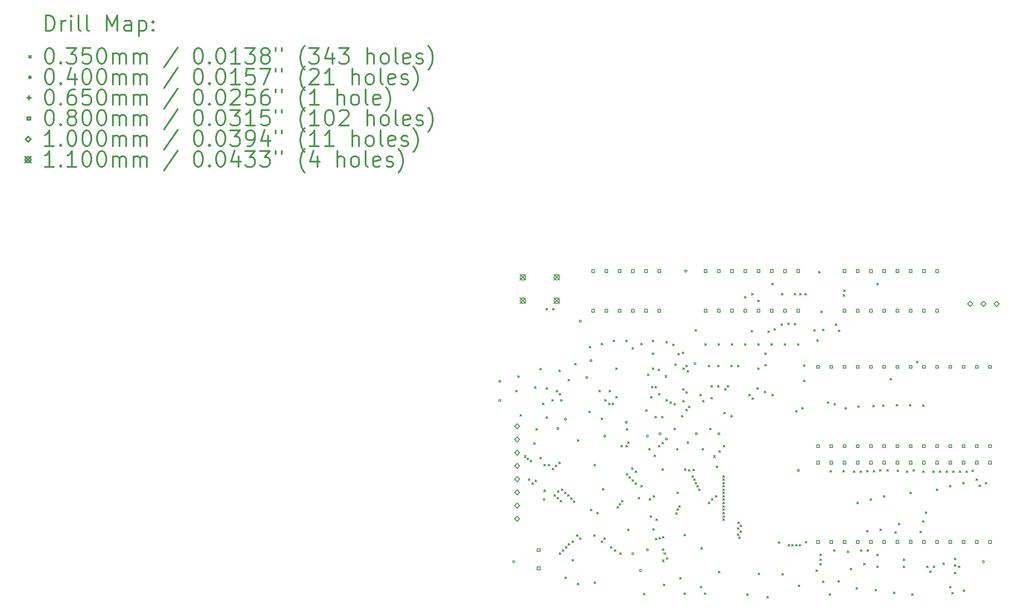
<source format=gbr>
%FSLAX45Y45*%
G04 Gerber Fmt 4.5, Leading zero omitted, Abs format (unit mm)*
G04 Created by KiCad (PCBNEW (5.1.10)-1) date 2022-08-27 20:58:25*
%MOMM*%
%LPD*%
G01*
G04 APERTURE LIST*
%ADD10C,0.200000*%
%ADD11C,0.300000*%
G04 APERTURE END LIST*
D10*
X9304300Y-7367550D02*
X9339300Y-7402550D01*
X9339300Y-7367550D02*
X9304300Y-7402550D01*
X9348750Y-7088150D02*
X9383750Y-7123150D01*
X9383750Y-7088150D02*
X9348750Y-7123150D01*
X9386850Y-7837450D02*
X9421850Y-7872450D01*
X9421850Y-7837450D02*
X9386850Y-7872450D01*
X9469400Y-8628660D02*
X9504400Y-8663660D01*
X9504400Y-8628660D02*
X9469400Y-8663660D01*
X9526550Y-8675650D02*
X9561550Y-8710650D01*
X9561550Y-8675650D02*
X9526550Y-8710650D01*
X9551950Y-9075700D02*
X9586950Y-9110700D01*
X9586950Y-9075700D02*
X9551950Y-9110700D01*
X9583700Y-8720100D02*
X9618700Y-8755100D01*
X9618700Y-8720100D02*
X9583700Y-8755100D01*
X9615450Y-9145550D02*
X9650450Y-9180550D01*
X9650450Y-9145550D02*
X9615450Y-9180550D01*
X9653550Y-8377200D02*
X9688550Y-8412200D01*
X9688550Y-8377200D02*
X9653550Y-8412200D01*
X9666250Y-7304050D02*
X9701250Y-7339050D01*
X9701250Y-7304050D02*
X9666250Y-7339050D01*
X9678950Y-9101100D02*
X9713950Y-9136100D01*
X9713950Y-9101100D02*
X9678950Y-9136100D01*
X9691650Y-8104150D02*
X9726650Y-8139150D01*
X9726650Y-8104150D02*
X9691650Y-8139150D01*
X9767850Y-6948450D02*
X9802850Y-6983450D01*
X9802850Y-6948450D02*
X9767850Y-6983450D01*
X9767850Y-8656600D02*
X9802850Y-8691600D01*
X9802850Y-8656600D02*
X9767850Y-8691600D01*
X9820500Y-7619700D02*
X9855500Y-7654700D01*
X9855500Y-7619700D02*
X9820500Y-7654700D01*
X9840648Y-9453752D02*
X9875648Y-9488752D01*
X9875648Y-9453752D02*
X9840648Y-9488752D01*
X9843415Y-9288425D02*
X9878415Y-9323425D01*
X9878415Y-9288425D02*
X9843415Y-9323425D01*
X9844050Y-8796300D02*
X9879050Y-8831300D01*
X9879050Y-8796300D02*
X9844050Y-8831300D01*
X9885500Y-7878900D02*
X9920500Y-7913900D01*
X9920500Y-7878900D02*
X9885500Y-7913900D01*
X9888500Y-5799100D02*
X9923500Y-5834100D01*
X9923500Y-5799100D02*
X9888500Y-5834100D01*
X9888500Y-7323100D02*
X9923500Y-7358100D01*
X9923500Y-7323100D02*
X9888500Y-7358100D01*
X9926600Y-8796300D02*
X9961600Y-8831300D01*
X9961600Y-8796300D02*
X9926600Y-8831300D01*
X10000260Y-7549160D02*
X10035260Y-7584160D01*
X10035260Y-7549160D02*
X10000260Y-7584160D01*
X10009150Y-8866150D02*
X10044150Y-8901150D01*
X10044150Y-8866150D02*
X10009150Y-8901150D01*
X10015500Y-5792750D02*
X10050500Y-5827750D01*
X10050500Y-5792750D02*
X10015500Y-5827750D01*
X10040500Y-9374550D02*
X10075500Y-9409550D01*
X10075500Y-9374550D02*
X10040500Y-9409550D01*
X10066300Y-8809000D02*
X10101300Y-8844000D01*
X10101300Y-8809000D02*
X10066300Y-8844000D01*
X10080500Y-7373251D02*
X10115500Y-7408251D01*
X10115500Y-7373251D02*
X10080500Y-7408251D01*
X10098050Y-9431300D02*
X10133050Y-9466300D01*
X10133050Y-9431300D02*
X10098050Y-9466300D01*
X10104400Y-9297950D02*
X10139400Y-9332950D01*
X10139400Y-9297950D02*
X10104400Y-9332950D01*
X10129800Y-6980200D02*
X10164800Y-7015200D01*
X10164800Y-6980200D02*
X10129800Y-7015200D01*
X10129800Y-8751850D02*
X10164800Y-8786850D01*
X10164800Y-8751850D02*
X10129800Y-8786850D01*
X10142500Y-10491750D02*
X10177500Y-10526750D01*
X10177500Y-10491750D02*
X10142500Y-10526750D01*
X10145500Y-7428050D02*
X10180500Y-7463050D01*
X10180500Y-7428050D02*
X10145500Y-7463050D01*
X10155200Y-9488450D02*
X10190200Y-9523450D01*
X10190200Y-9488450D02*
X10155200Y-9523450D01*
X10167900Y-7551700D02*
X10202900Y-7586700D01*
X10202900Y-7551700D02*
X10167900Y-7586700D01*
X10186950Y-9266200D02*
X10221950Y-9301200D01*
X10221950Y-9266200D02*
X10186950Y-9301200D01*
X10199650Y-10434600D02*
X10234650Y-10469600D01*
X10234650Y-10434600D02*
X10199650Y-10469600D01*
X10244100Y-9323350D02*
X10279100Y-9358350D01*
X10279100Y-9323350D02*
X10244100Y-9358350D01*
X10249200Y-10962900D02*
X10284200Y-10997900D01*
X10284200Y-10962900D02*
X10249200Y-10997900D01*
X10256800Y-10377450D02*
X10291800Y-10412450D01*
X10291800Y-10377450D02*
X10256800Y-10412450D01*
X10301250Y-9380500D02*
X10336250Y-9415500D01*
X10336250Y-9380500D02*
X10301250Y-9415500D01*
X10307600Y-7158000D02*
X10342600Y-7193000D01*
X10342600Y-7158000D02*
X10307600Y-7193000D01*
X10313950Y-10320300D02*
X10348950Y-10355300D01*
X10348950Y-10320300D02*
X10313950Y-10355300D01*
X10358400Y-9437650D02*
X10393400Y-9472650D01*
X10393400Y-9437650D02*
X10358400Y-9472650D01*
X10390150Y-10263150D02*
X10425150Y-10298150D01*
X10425150Y-10263150D02*
X10390150Y-10298150D01*
X10390150Y-10618750D02*
X10425150Y-10653750D01*
X10425150Y-10618750D02*
X10390150Y-10653750D01*
X10415550Y-9494800D02*
X10450550Y-9529800D01*
X10450550Y-9494800D02*
X10415550Y-9529800D01*
X10434600Y-6853200D02*
X10469600Y-6888200D01*
X10469600Y-6853200D02*
X10434600Y-6888200D01*
X10472700Y-10148850D02*
X10507700Y-10183850D01*
X10507700Y-10148850D02*
X10472700Y-10183850D01*
X10485400Y-11082300D02*
X10520400Y-11117300D01*
X10520400Y-11082300D02*
X10485400Y-11117300D01*
X10491750Y-8320050D02*
X10526750Y-8355050D01*
X10526750Y-8320050D02*
X10491750Y-8355050D01*
X10529850Y-10206000D02*
X10564850Y-10241000D01*
X10564850Y-10206000D02*
X10529850Y-10241000D01*
X10707650Y-7767600D02*
X10742650Y-7802600D01*
X10742650Y-7767600D02*
X10707650Y-7802600D01*
X10720350Y-6523000D02*
X10755350Y-6558000D01*
X10755350Y-6523000D02*
X10720350Y-6558000D01*
X10745750Y-9659900D02*
X10780750Y-9694900D01*
X10780750Y-9659900D02*
X10745750Y-9694900D01*
X10802900Y-10148850D02*
X10837900Y-10183850D01*
X10837900Y-10148850D02*
X10802900Y-10183850D01*
X10809250Y-8796300D02*
X10844250Y-8831300D01*
X10844250Y-8796300D02*
X10809250Y-8831300D01*
X10809250Y-11056900D02*
X10844250Y-11091900D01*
X10844250Y-11056900D02*
X10809250Y-11091900D01*
X10860050Y-9717050D02*
X10895050Y-9752050D01*
X10895050Y-9717050D02*
X10860050Y-9752050D01*
X10901770Y-7373251D02*
X10936770Y-7408251D01*
X10936770Y-7373251D02*
X10901770Y-7408251D01*
X10948950Y-6465850D02*
X10983950Y-6500850D01*
X10983950Y-6465850D02*
X10948950Y-6500850D01*
X10948950Y-7907300D02*
X10983950Y-7942300D01*
X10983950Y-7907300D02*
X10948950Y-7942300D01*
X10948950Y-10263150D02*
X10983950Y-10298150D01*
X10983950Y-10263150D02*
X10948950Y-10298150D01*
X10974350Y-9259850D02*
X11009350Y-9294850D01*
X11009350Y-9259850D02*
X10974350Y-9294850D01*
X10999750Y-10206000D02*
X11034750Y-10241000D01*
X11034750Y-10206000D02*
X10999750Y-10241000D01*
X11012450Y-7551700D02*
X11047450Y-7586700D01*
X11047450Y-7551700D02*
X11012450Y-7586700D01*
X11086800Y-7619700D02*
X11121800Y-7654700D01*
X11121800Y-7619700D02*
X11086800Y-7654700D01*
X11096500Y-7373251D02*
X11131500Y-7408251D01*
X11131500Y-7373251D02*
X11096500Y-7408251D01*
X11126750Y-10377450D02*
X11161750Y-10412450D01*
X11161750Y-10377450D02*
X11126750Y-10412450D01*
X11161500Y-7618550D02*
X11196500Y-7653550D01*
X11196500Y-7618550D02*
X11161500Y-7653550D01*
X11171200Y-6408700D02*
X11206200Y-6443700D01*
X11206200Y-6408700D02*
X11171200Y-6443700D01*
X11196600Y-10434600D02*
X11231600Y-10469600D01*
X11231600Y-10434600D02*
X11196600Y-10469600D01*
X11222000Y-7488200D02*
X11257000Y-7523200D01*
X11257000Y-7488200D02*
X11222000Y-7523200D01*
X11228350Y-6935750D02*
X11263350Y-6970750D01*
X11263350Y-6935750D02*
X11228350Y-6970750D01*
X11247400Y-9602750D02*
X11282400Y-9637750D01*
X11282400Y-9602750D02*
X11247400Y-9637750D01*
X11291850Y-9545600D02*
X11326850Y-9580600D01*
X11326850Y-9545600D02*
X11291850Y-9580600D01*
X11304550Y-10491750D02*
X11339550Y-10526750D01*
X11339550Y-10491750D02*
X11304550Y-10526750D01*
X11323600Y-8428000D02*
X11358600Y-8463000D01*
X11358600Y-8428000D02*
X11323600Y-8463000D01*
X11333941Y-9489539D02*
X11368941Y-9524539D01*
X11368941Y-9489539D02*
X11333941Y-9524539D01*
X11418850Y-8428000D02*
X11453850Y-8463000D01*
X11453850Y-8428000D02*
X11418850Y-8463000D01*
X11422660Y-6408700D02*
X11457660Y-6443700D01*
X11457660Y-6408700D02*
X11422660Y-6443700D01*
X11425200Y-8974100D02*
X11460200Y-9009100D01*
X11460200Y-8974100D02*
X11425200Y-9009100D01*
X11431550Y-8110500D02*
X11466550Y-8145500D01*
X11466550Y-8110500D02*
X11431550Y-8145500D01*
X11450600Y-8364500D02*
X11485600Y-8399500D01*
X11485600Y-8364500D02*
X11450600Y-8399500D01*
X11456950Y-10040900D02*
X11491950Y-10075900D01*
X11491950Y-10040900D02*
X11456950Y-10075900D01*
X11482350Y-9031250D02*
X11517350Y-9066250D01*
X11517350Y-9031250D02*
X11482350Y-9066250D01*
X11526800Y-8859800D02*
X11561800Y-8894800D01*
X11561800Y-8859800D02*
X11526800Y-8894800D01*
X11539500Y-6547500D02*
X11574500Y-6582500D01*
X11574500Y-6547500D02*
X11539500Y-6582500D01*
X11539500Y-9088400D02*
X11574500Y-9123400D01*
X11574500Y-9088400D02*
X11539500Y-9123400D01*
X11596650Y-8916950D02*
X11631650Y-8951950D01*
X11631650Y-8916950D02*
X11596650Y-8951950D01*
X11596650Y-9145550D02*
X11631650Y-9180550D01*
X11631650Y-9145550D02*
X11596650Y-9180550D01*
X11653800Y-9431300D02*
X11688800Y-9466300D01*
X11688800Y-9431300D02*
X11653800Y-9466300D01*
X11710950Y-6465850D02*
X11745950Y-6500850D01*
X11745950Y-6465850D02*
X11710950Y-6500850D01*
X11710950Y-9202700D02*
X11745950Y-9237700D01*
X11745950Y-9202700D02*
X11710950Y-9237700D01*
X11755400Y-11272800D02*
X11790400Y-11307800D01*
X11790400Y-11272800D02*
X11755400Y-11307800D01*
X11799850Y-7742200D02*
X11834850Y-7777200D01*
X11834850Y-7742200D02*
X11799850Y-7777200D01*
X11837950Y-7056400D02*
X11872950Y-7091400D01*
X11872950Y-7056400D02*
X11837950Y-7091400D01*
X11857000Y-8485150D02*
X11892000Y-8520150D01*
X11892000Y-8485150D02*
X11857000Y-8520150D01*
X11869700Y-9456700D02*
X11904700Y-9491700D01*
X11904700Y-9456700D02*
X11869700Y-9491700D01*
X11882400Y-9780550D02*
X11917400Y-9815550D01*
X11917400Y-9780550D02*
X11882400Y-9815550D01*
X11895100Y-7488200D02*
X11930100Y-7523200D01*
X11930100Y-7488200D02*
X11895100Y-7523200D01*
X11914150Y-7297051D02*
X11949150Y-7332051D01*
X11949150Y-7297051D02*
X11914150Y-7332051D01*
X11926850Y-6650000D02*
X11961850Y-6685000D01*
X11961850Y-6650000D02*
X11926850Y-6685000D01*
X11926850Y-6942100D02*
X11961850Y-6977100D01*
X11961850Y-6942100D02*
X11926850Y-6977100D01*
X11931000Y-6408360D02*
X11966000Y-6443360D01*
X11966000Y-6408360D02*
X11931000Y-6443360D01*
X11939550Y-10028200D02*
X11974550Y-10063200D01*
X11974550Y-10028200D02*
X11939550Y-10063200D01*
X11945900Y-9393200D02*
X11980900Y-9428200D01*
X11980900Y-9393200D02*
X11945900Y-9428200D01*
X11958600Y-8612150D02*
X11993600Y-8647150D01*
X11993600Y-8612150D02*
X11958600Y-8647150D01*
X11982500Y-7296200D02*
X12017500Y-7331200D01*
X12017500Y-7296200D02*
X11982500Y-7331200D01*
X11982500Y-7867700D02*
X12017500Y-7902700D01*
X12017500Y-7867700D02*
X11982500Y-7902700D01*
X11990350Y-10212350D02*
X12025350Y-10247350D01*
X12025350Y-10212350D02*
X11990350Y-10247350D01*
X11996700Y-9844050D02*
X12031700Y-9879050D01*
X12031700Y-9844050D02*
X11996700Y-9879050D01*
X12034800Y-6961150D02*
X12069800Y-6996150D01*
X12069800Y-6961150D02*
X12034800Y-6996150D01*
X12044500Y-7428050D02*
X12079500Y-7463050D01*
X12079500Y-7428050D02*
X12044500Y-7463050D01*
X12047500Y-8428000D02*
X12082500Y-8463000D01*
X12082500Y-8428000D02*
X12047500Y-8463000D01*
X12057025Y-10196475D02*
X12092025Y-10231475D01*
X12092025Y-10196475D02*
X12057025Y-10231475D01*
X12109148Y-7871052D02*
X12144148Y-7906052D01*
X12144148Y-7871052D02*
X12109148Y-7906052D01*
X12117350Y-8370850D02*
X12152350Y-8405850D01*
X12152350Y-8370850D02*
X12117350Y-8405850D01*
X12117350Y-8878850D02*
X12152350Y-8913850D01*
X12152350Y-8878850D02*
X12117350Y-8913850D01*
X12120350Y-10634800D02*
X12155350Y-10669800D01*
X12155350Y-10634800D02*
X12120350Y-10669800D01*
X12123700Y-10180600D02*
X12158700Y-10215600D01*
X12158700Y-10180600D02*
X12123700Y-10215600D01*
X12124562Y-10421038D02*
X12159562Y-10456038D01*
X12159562Y-10421038D02*
X12124562Y-10456038D01*
X12136400Y-11095000D02*
X12171400Y-11130000D01*
X12171400Y-11095000D02*
X12136400Y-11130000D01*
X12152706Y-10494494D02*
X12187706Y-10529494D01*
X12187706Y-10494494D02*
X12152706Y-10529494D01*
X12177500Y-7087501D02*
X12212500Y-7122501D01*
X12212500Y-7087501D02*
X12177500Y-7122501D01*
X12187200Y-7551700D02*
X12222200Y-7586700D01*
X12222200Y-7551700D02*
X12187200Y-7586700D01*
X12193550Y-6427750D02*
X12228550Y-6462750D01*
X12228550Y-6427750D02*
X12193550Y-6462750D01*
X12199900Y-10587000D02*
X12234900Y-10622000D01*
X12234900Y-10587000D02*
X12199900Y-10622000D01*
X12269750Y-7589800D02*
X12304750Y-7624800D01*
X12304750Y-7589800D02*
X12269750Y-7624800D01*
X12314200Y-6478550D02*
X12349200Y-6513550D01*
X12349200Y-6478550D02*
X12314200Y-6513550D01*
X12339600Y-7621550D02*
X12374600Y-7656550D01*
X12374600Y-7621550D02*
X12339600Y-7656550D01*
X12339600Y-8097800D02*
X12374600Y-8132800D01*
X12374600Y-8097800D02*
X12339600Y-8132800D01*
X12358650Y-6859550D02*
X12393650Y-6894550D01*
X12393650Y-6859550D02*
X12358650Y-6894550D01*
X12375550Y-9725550D02*
X12410550Y-9760550D01*
X12410550Y-9725550D02*
X12375550Y-9760550D01*
X12395700Y-8486200D02*
X12430700Y-8521200D01*
X12430700Y-8486200D02*
X12395700Y-8521200D01*
X12399494Y-9650806D02*
X12434494Y-9685806D01*
X12434494Y-9650806D02*
X12399494Y-9685806D01*
X12403100Y-9329700D02*
X12438100Y-9364700D01*
X12438100Y-9329700D02*
X12403100Y-9364700D01*
X12415800Y-6656350D02*
X12450800Y-6691350D01*
X12450800Y-6656350D02*
X12415800Y-6691350D01*
X12438225Y-9586675D02*
X12473225Y-9621675D01*
X12473225Y-9586675D02*
X12438225Y-9621675D01*
X12453900Y-10968000D02*
X12488900Y-11003000D01*
X12488900Y-10968000D02*
X12453900Y-11003000D01*
X12485650Y-7850150D02*
X12520650Y-7885150D01*
X12520650Y-7850150D02*
X12485650Y-7885150D01*
X12504700Y-6637300D02*
X12539700Y-6672300D01*
X12539700Y-6637300D02*
X12504700Y-6672300D01*
X12511050Y-6935750D02*
X12546050Y-6970750D01*
X12546050Y-6935750D02*
X12511050Y-6970750D01*
X12511050Y-7335800D02*
X12546050Y-7370800D01*
X12546050Y-7335800D02*
X12511050Y-7370800D01*
X12511050Y-7564400D02*
X12546050Y-7599400D01*
X12546050Y-7564400D02*
X12511050Y-7599400D01*
X12536450Y-11266450D02*
X12571450Y-11301450D01*
X12571450Y-11266450D02*
X12536450Y-11301450D01*
X12540700Y-10140400D02*
X12575700Y-10175400D01*
X12575700Y-10140400D02*
X12540700Y-10175400D01*
X12549150Y-8878850D02*
X12584150Y-8913850D01*
X12584150Y-8878850D02*
X12549150Y-8913850D01*
X12568200Y-6891300D02*
X12603200Y-6926300D01*
X12603200Y-6891300D02*
X12568200Y-6926300D01*
X12568200Y-7392950D02*
X12603200Y-7427950D01*
X12603200Y-7392950D02*
X12568200Y-7427950D01*
X12568200Y-7735850D02*
X12603200Y-7770850D01*
X12603200Y-7735850D02*
X12568200Y-7770850D01*
X12593600Y-8364500D02*
X12628600Y-8399500D01*
X12628600Y-8364500D02*
X12593600Y-8399500D01*
X12599950Y-6986550D02*
X12634950Y-7021550D01*
X12634950Y-6986550D02*
X12599950Y-7021550D01*
X12625350Y-7678700D02*
X12660350Y-7713700D01*
X12660350Y-7678700D02*
X12625350Y-7713700D01*
X12625350Y-8897900D02*
X12660350Y-8932900D01*
X12660350Y-8897900D02*
X12625350Y-8932900D01*
X12688850Y-9012200D02*
X12723850Y-9047200D01*
X12723850Y-9012200D02*
X12688850Y-9047200D01*
X12707900Y-8885200D02*
X12742900Y-8920200D01*
X12742900Y-8885200D02*
X12707900Y-8920200D01*
X12720600Y-9075700D02*
X12755600Y-9110700D01*
X12755600Y-9075700D02*
X12720600Y-9110700D01*
X12746000Y-6205500D02*
X12781000Y-6240500D01*
X12781000Y-6205500D02*
X12746000Y-6240500D01*
X12752350Y-9139200D02*
X12787350Y-9174200D01*
X12787350Y-9139200D02*
X12752350Y-9174200D01*
X12784100Y-9202700D02*
X12819100Y-9237700D01*
X12819100Y-9202700D02*
X12784100Y-9237700D01*
X12815850Y-9266200D02*
X12850850Y-9301200D01*
X12850850Y-9266200D02*
X12815850Y-9301200D01*
X12841250Y-7450100D02*
X12876250Y-7485100D01*
X12876250Y-7450100D02*
X12841250Y-7485100D01*
X12853950Y-11139450D02*
X12888950Y-11174450D01*
X12888950Y-11139450D02*
X12853950Y-11174450D01*
X12860300Y-10396500D02*
X12895300Y-10431500D01*
X12895300Y-10396500D02*
X12860300Y-10431500D01*
X12884650Y-8486200D02*
X12919650Y-8521200D01*
X12919650Y-8486200D02*
X12884650Y-8521200D01*
X12892050Y-7564400D02*
X12927050Y-7599400D01*
X12927050Y-7564400D02*
X12892050Y-7599400D01*
X12930150Y-11266450D02*
X12965150Y-11301450D01*
X12965150Y-11266450D02*
X12930150Y-11301450D01*
X12936500Y-6472200D02*
X12971500Y-6507200D01*
X12971500Y-6472200D02*
X12936500Y-6507200D01*
X13000000Y-6891300D02*
X13035000Y-6926300D01*
X13035000Y-6891300D02*
X13000000Y-6926300D01*
X13000000Y-9520200D02*
X13035000Y-9555200D01*
X13035000Y-9520200D02*
X13000000Y-9555200D01*
X13031750Y-8097800D02*
X13066750Y-8132800D01*
X13066750Y-8097800D02*
X13031750Y-8132800D01*
X13050800Y-7280202D02*
X13085800Y-7315202D01*
X13085800Y-7280202D02*
X13050800Y-7315202D01*
X13050800Y-7507250D02*
X13085800Y-7542250D01*
X13085800Y-7507250D02*
X13050800Y-7542250D01*
X13063500Y-9456700D02*
X13098500Y-9491700D01*
X13098500Y-9456700D02*
X13063500Y-9491700D01*
X13104775Y-8628025D02*
X13139775Y-8663025D01*
X13139775Y-8628025D02*
X13104775Y-8663025D01*
X13139700Y-9393200D02*
X13174700Y-9428200D01*
X13174700Y-9393200D02*
X13139700Y-9428200D01*
X13156850Y-8823600D02*
X13191850Y-8858600D01*
X13191850Y-8823600D02*
X13156850Y-8858600D01*
X13177800Y-6891300D02*
X13212800Y-6926300D01*
X13212800Y-6891300D02*
X13177800Y-6926300D01*
X13177800Y-7280202D02*
X13212800Y-7315202D01*
X13212800Y-7280202D02*
X13177800Y-7315202D01*
X13190500Y-6472200D02*
X13225500Y-6507200D01*
X13225500Y-6472200D02*
X13190500Y-6507200D01*
X13196850Y-10847350D02*
X13231850Y-10882350D01*
X13231850Y-10847350D02*
X13196850Y-10882350D01*
X13203200Y-8529600D02*
X13238200Y-8564600D01*
X13238200Y-8529600D02*
X13203200Y-8564600D01*
X13279400Y-9012200D02*
X13314400Y-9047200D01*
X13314400Y-9012200D02*
X13279400Y-9047200D01*
X13279400Y-9075700D02*
X13314400Y-9110700D01*
X13314400Y-9075700D02*
X13279400Y-9110700D01*
X13279400Y-9139200D02*
X13314400Y-9174200D01*
X13314400Y-9139200D02*
X13279400Y-9174200D01*
X13279400Y-9202700D02*
X13314400Y-9237700D01*
X13314400Y-9202700D02*
X13279400Y-9237700D01*
X13279400Y-9266200D02*
X13314400Y-9301200D01*
X13314400Y-9266200D02*
X13279400Y-9301200D01*
X13279400Y-9329700D02*
X13314400Y-9364700D01*
X13314400Y-9329700D02*
X13279400Y-9364700D01*
X13279400Y-9393200D02*
X13314400Y-9428200D01*
X13314400Y-9393200D02*
X13279400Y-9428200D01*
X13279400Y-9456700D02*
X13314400Y-9491700D01*
X13314400Y-9456700D02*
X13279400Y-9491700D01*
X13279400Y-9520200D02*
X13314400Y-9555200D01*
X13314400Y-9520200D02*
X13279400Y-9555200D01*
X13279400Y-9717050D02*
X13314400Y-9752050D01*
X13314400Y-9717050D02*
X13279400Y-9752050D01*
X13279400Y-9780550D02*
X13314400Y-9815550D01*
X13314400Y-9780550D02*
X13279400Y-9815550D01*
X13279400Y-9844050D02*
X13314400Y-9879050D01*
X13314400Y-9844050D02*
X13279400Y-9879050D01*
X13282144Y-9650806D02*
X13317144Y-9685806D01*
X13317144Y-9650806D02*
X13282144Y-9685806D01*
X13282775Y-9586675D02*
X13317775Y-9621675D01*
X13317775Y-9586675D02*
X13282775Y-9621675D01*
X13292100Y-8428000D02*
X13327100Y-8463000D01*
X13327100Y-8428000D02*
X13292100Y-8463000D01*
X13298450Y-7793000D02*
X13333450Y-7828000D01*
X13333450Y-7793000D02*
X13298450Y-7828000D01*
X13316598Y-7336702D02*
X13351598Y-7371702D01*
X13351598Y-7336702D02*
X13316598Y-7371702D01*
X13366748Y-7280202D02*
X13401748Y-7315202D01*
X13401748Y-7280202D02*
X13366748Y-7315202D01*
X13431800Y-6891300D02*
X13466800Y-6926300D01*
X13466800Y-6891300D02*
X13431800Y-6926300D01*
X13431800Y-7850150D02*
X13466800Y-7885150D01*
X13466800Y-7850150D02*
X13431800Y-7885150D01*
X13444500Y-6472200D02*
X13479500Y-6507200D01*
X13479500Y-6472200D02*
X13444500Y-6507200D01*
X13558800Y-6891300D02*
X13593800Y-6926300D01*
X13593800Y-6891300D02*
X13558800Y-6926300D01*
X13565150Y-10015500D02*
X13600150Y-10050500D01*
X13600150Y-10015500D02*
X13565150Y-10050500D01*
X13565150Y-10129800D02*
X13600150Y-10164800D01*
X13600150Y-10129800D02*
X13565150Y-10164800D01*
X13571500Y-9901200D02*
X13606500Y-9936200D01*
X13606500Y-9901200D02*
X13571500Y-9936200D01*
X13590550Y-10186950D02*
X13625550Y-10221950D01*
X13625550Y-10186950D02*
X13590550Y-10221950D01*
X13609600Y-9958350D02*
X13644600Y-9993350D01*
X13644600Y-9958350D02*
X13609600Y-9993350D01*
X13609600Y-10072650D02*
X13644600Y-10107650D01*
X13644600Y-10072650D02*
X13609600Y-10107650D01*
X13698500Y-5570500D02*
X13733500Y-5605500D01*
X13733500Y-5570500D02*
X13698500Y-5605500D01*
X13698500Y-6472200D02*
X13733500Y-6507200D01*
X13733500Y-6472200D02*
X13698500Y-6507200D01*
X13736600Y-11285500D02*
X13771600Y-11320500D01*
X13771600Y-11285500D02*
X13736600Y-11320500D01*
X13781050Y-7450100D02*
X13816050Y-7485100D01*
X13816050Y-7450100D02*
X13781050Y-7485100D01*
X13825500Y-6218200D02*
X13860500Y-6253200D01*
X13860500Y-6218200D02*
X13825500Y-6253200D01*
X13831850Y-5507000D02*
X13866850Y-5542000D01*
X13866850Y-5507000D02*
X13831850Y-5542000D01*
X13838200Y-7513600D02*
X13873200Y-7548600D01*
X13873200Y-7513600D02*
X13838200Y-7548600D01*
X13933450Y-7323100D02*
X13968450Y-7358100D01*
X13968450Y-7323100D02*
X13933450Y-7358100D01*
X13952500Y-5634000D02*
X13987500Y-5669000D01*
X13987500Y-5634000D02*
X13952500Y-5669000D01*
X13952500Y-6472200D02*
X13987500Y-6507200D01*
X13987500Y-6472200D02*
X13952500Y-6507200D01*
X13952500Y-6942100D02*
X13987500Y-6977100D01*
X13987500Y-6942100D02*
X13952500Y-6977100D01*
X13958850Y-10885450D02*
X13993850Y-10920450D01*
X13993850Y-10885450D02*
X13958850Y-10920450D01*
X14079500Y-7386600D02*
X14114500Y-7421600D01*
X14114500Y-7386600D02*
X14079500Y-7421600D01*
X14085850Y-6650000D02*
X14120850Y-6685000D01*
X14120850Y-6650000D02*
X14085850Y-6685000D01*
X14085850Y-6872250D02*
X14120850Y-6907250D01*
X14120850Y-6872250D02*
X14085850Y-6907250D01*
X14130300Y-11329950D02*
X14165300Y-11364950D01*
X14165300Y-11329950D02*
X14130300Y-11364950D01*
X14149350Y-6224550D02*
X14184350Y-6259550D01*
X14184350Y-6224550D02*
X14149350Y-6259550D01*
X14206500Y-6472200D02*
X14241500Y-6507200D01*
X14241500Y-6472200D02*
X14206500Y-6507200D01*
X14219200Y-5316500D02*
X14254200Y-5351500D01*
X14254200Y-5316500D02*
X14219200Y-5351500D01*
X14219200Y-7450100D02*
X14254200Y-7485100D01*
X14254200Y-7450100D02*
X14219200Y-7485100D01*
X14263650Y-6186450D02*
X14298650Y-6221450D01*
X14298650Y-6186450D02*
X14263650Y-6221450D01*
X14352550Y-10282200D02*
X14387550Y-10317200D01*
X14387550Y-10282200D02*
X14352550Y-10317200D01*
X14397000Y-6091200D02*
X14432000Y-6126200D01*
X14432000Y-6091200D02*
X14397000Y-6126200D01*
X14409700Y-5507000D02*
X14444700Y-5542000D01*
X14444700Y-5507000D02*
X14409700Y-5542000D01*
X14416050Y-10891800D02*
X14451050Y-10926800D01*
X14451050Y-10891800D02*
X14416050Y-10926800D01*
X14460500Y-6472200D02*
X14495500Y-6507200D01*
X14495500Y-6472200D02*
X14460500Y-6507200D01*
X14524000Y-6078500D02*
X14559000Y-6113500D01*
X14559000Y-6078500D02*
X14524000Y-6113500D01*
X14536700Y-10333000D02*
X14571700Y-10368000D01*
X14571700Y-10333000D02*
X14536700Y-10368000D01*
X14606550Y-10333000D02*
X14641550Y-10368000D01*
X14641550Y-10333000D02*
X14606550Y-10368000D01*
X14651000Y-5507000D02*
X14686000Y-5542000D01*
X14686000Y-5507000D02*
X14651000Y-5542000D01*
X14651000Y-6084850D02*
X14686000Y-6119850D01*
X14686000Y-6084850D02*
X14651000Y-6119850D01*
X14676400Y-10333000D02*
X14711400Y-10368000D01*
X14711400Y-10333000D02*
X14676400Y-10368000D01*
X14682750Y-7761250D02*
X14717750Y-7796250D01*
X14717750Y-7761250D02*
X14682750Y-7796250D01*
X14714500Y-6472200D02*
X14749500Y-6507200D01*
X14749500Y-6472200D02*
X14714500Y-6507200D01*
X14727200Y-11114050D02*
X14762200Y-11149050D01*
X14762200Y-11114050D02*
X14727200Y-11149050D01*
X14746250Y-10333000D02*
X14781250Y-10368000D01*
X14781250Y-10333000D02*
X14746250Y-10368000D01*
X14758950Y-5507000D02*
X14793950Y-5542000D01*
X14793950Y-5507000D02*
X14758950Y-5542000D01*
X14799501Y-7700201D02*
X14834501Y-7735201D01*
X14834501Y-7700201D02*
X14799501Y-7735201D01*
X14828800Y-7177050D02*
X14863800Y-7212050D01*
X14863800Y-7177050D02*
X14828800Y-7212050D01*
X14835150Y-6878600D02*
X14870150Y-6913600D01*
X14870150Y-6878600D02*
X14835150Y-6913600D01*
X14860550Y-5507000D02*
X14895550Y-5542000D01*
X14895550Y-5507000D02*
X14860550Y-5542000D01*
X14866900Y-10275850D02*
X14901900Y-10310850D01*
X14901900Y-10275850D02*
X14866900Y-10310850D01*
X15025650Y-6199150D02*
X15060650Y-6234150D01*
X15060650Y-6199150D02*
X15025650Y-6234150D01*
X15070100Y-10828300D02*
X15105100Y-10863300D01*
X15105100Y-10828300D02*
X15070100Y-10863300D01*
X15089150Y-6396000D02*
X15124150Y-6431000D01*
X15124150Y-6396000D02*
X15089150Y-6431000D01*
X15120900Y-5081550D02*
X15155900Y-5116550D01*
X15155900Y-5081550D02*
X15120900Y-5116550D01*
X15146300Y-10523500D02*
X15181300Y-10558500D01*
X15181300Y-10523500D02*
X15146300Y-10558500D01*
X15146300Y-10612400D02*
X15181300Y-10647400D01*
X15181300Y-10612400D02*
X15146300Y-10647400D01*
X15146300Y-10701300D02*
X15181300Y-10736300D01*
X15181300Y-10701300D02*
X15146300Y-10736300D01*
X15159000Y-5849900D02*
X15194000Y-5884900D01*
X15194000Y-5849900D02*
X15159000Y-5884900D01*
X15197100Y-6192800D02*
X15232100Y-6227800D01*
X15232100Y-6192800D02*
X15197100Y-6227800D01*
X15197100Y-11037850D02*
X15232100Y-11072850D01*
X15232100Y-11037850D02*
X15197100Y-11072850D01*
X15292350Y-7589800D02*
X15327350Y-7624800D01*
X15327350Y-7589800D02*
X15292350Y-7624800D01*
X15324100Y-11285500D02*
X15359100Y-11320500D01*
X15359100Y-11285500D02*
X15324100Y-11320500D01*
X15336800Y-8910600D02*
X15371800Y-8945600D01*
X15371800Y-8910600D02*
X15336800Y-8945600D01*
X15406650Y-10434600D02*
X15441650Y-10469600D01*
X15441650Y-10434600D02*
X15406650Y-10469600D01*
X15419350Y-7627900D02*
X15454350Y-7662900D01*
X15454350Y-7627900D02*
X15419350Y-7662900D01*
X15444750Y-6091200D02*
X15479750Y-6126200D01*
X15479750Y-6091200D02*
X15444750Y-6126200D01*
X15489200Y-11031500D02*
X15524200Y-11066500D01*
X15524200Y-11031500D02*
X15489200Y-11066500D01*
X15498275Y-6208225D02*
X15533275Y-6243225D01*
X15533275Y-6208225D02*
X15498275Y-6243225D01*
X15584450Y-8910600D02*
X15619450Y-8945600D01*
X15619450Y-8910600D02*
X15584450Y-8945600D01*
X15590800Y-5532400D02*
X15625800Y-5567400D01*
X15625800Y-5532400D02*
X15590800Y-5567400D01*
X15603500Y-5443500D02*
X15638500Y-5478500D01*
X15638500Y-5443500D02*
X15603500Y-5478500D01*
X15628900Y-7697750D02*
X15663900Y-7732750D01*
X15663900Y-7697750D02*
X15628900Y-7732750D01*
X15667000Y-10460000D02*
X15702000Y-10495000D01*
X15702000Y-10460000D02*
X15667000Y-10495000D01*
X15730500Y-10790200D02*
X15765500Y-10825200D01*
X15765500Y-10790200D02*
X15730500Y-10825200D01*
X15787650Y-8916950D02*
X15822650Y-8951950D01*
X15822650Y-8916950D02*
X15787650Y-8951950D01*
X15838450Y-11164850D02*
X15873450Y-11199850D01*
X15873450Y-11164850D02*
X15838450Y-11199850D01*
X15857500Y-9520200D02*
X15892500Y-9555200D01*
X15892500Y-9520200D02*
X15857500Y-9555200D01*
X15876550Y-7666000D02*
X15911550Y-7701000D01*
X15911550Y-7666000D02*
X15876550Y-7701000D01*
X15914650Y-8916950D02*
X15949650Y-8951950D01*
X15949650Y-8916950D02*
X15914650Y-8951950D01*
X15921000Y-10434600D02*
X15956000Y-10469600D01*
X15956000Y-10434600D02*
X15921000Y-10469600D01*
X15984500Y-10701300D02*
X16019500Y-10736300D01*
X16019500Y-10701300D02*
X15984500Y-10736300D01*
X16041650Y-8910600D02*
X16076650Y-8945600D01*
X16076650Y-8910600D02*
X16041650Y-8945600D01*
X16041650Y-10066300D02*
X16076650Y-10101300D01*
X16076650Y-10066300D02*
X16041650Y-10101300D01*
X16048000Y-10434600D02*
X16083000Y-10469600D01*
X16083000Y-10434600D02*
X16048000Y-10469600D01*
X16111500Y-9456700D02*
X16146500Y-9491700D01*
X16146500Y-9456700D02*
X16111500Y-9491700D01*
X16162300Y-7659650D02*
X16197300Y-7694650D01*
X16197300Y-7659650D02*
X16162300Y-7694650D01*
X16168650Y-8910600D02*
X16203650Y-8945600D01*
X16203650Y-8910600D02*
X16168650Y-8945600D01*
X16200400Y-11196600D02*
X16235400Y-11231600D01*
X16235400Y-11196600D02*
X16200400Y-11231600D01*
X16238500Y-5316500D02*
X16273500Y-5351500D01*
X16273500Y-5316500D02*
X16238500Y-5351500D01*
X16238500Y-10523500D02*
X16273500Y-10558500D01*
X16273500Y-10523500D02*
X16238500Y-10558500D01*
X16238500Y-10752100D02*
X16273500Y-10787100D01*
X16273500Y-10752100D02*
X16238500Y-10787100D01*
X16289300Y-8897900D02*
X16324300Y-8932900D01*
X16324300Y-8897900D02*
X16289300Y-8932900D01*
X16295650Y-10040900D02*
X16330650Y-10075900D01*
X16330650Y-10040900D02*
X16295650Y-10075900D01*
X16346450Y-7653300D02*
X16381450Y-7688300D01*
X16381450Y-7653300D02*
X16346450Y-7688300D01*
X16365500Y-9393200D02*
X16400500Y-9428200D01*
X16400500Y-9393200D02*
X16365500Y-9428200D01*
X16429000Y-8897900D02*
X16464000Y-8932900D01*
X16464000Y-8897900D02*
X16429000Y-8932900D01*
X16492500Y-7145300D02*
X16527500Y-7180300D01*
X16527500Y-7145300D02*
X16492500Y-7180300D01*
X16556000Y-11247400D02*
X16591000Y-11282400D01*
X16591000Y-11247400D02*
X16556000Y-11282400D01*
X16587750Y-10085350D02*
X16622750Y-10120350D01*
X16622750Y-10085350D02*
X16587750Y-10120350D01*
X16613150Y-7640600D02*
X16648150Y-7675600D01*
X16648150Y-7640600D02*
X16613150Y-7675600D01*
X16625850Y-8904250D02*
X16660850Y-8939250D01*
X16660850Y-8904250D02*
X16625850Y-8939250D01*
X16651250Y-9926600D02*
X16686250Y-9961600D01*
X16686250Y-9926600D02*
X16651250Y-9961600D01*
X16746500Y-10612400D02*
X16781500Y-10647400D01*
X16781500Y-10612400D02*
X16746500Y-10647400D01*
X16746500Y-10745750D02*
X16781500Y-10780750D01*
X16781500Y-10745750D02*
X16746500Y-10780750D01*
X16803650Y-8916950D02*
X16838650Y-8951950D01*
X16838650Y-8916950D02*
X16803650Y-8951950D01*
X16860800Y-7640600D02*
X16895800Y-7675600D01*
X16895800Y-7640600D02*
X16860800Y-7675600D01*
X16873500Y-9329700D02*
X16908500Y-9364700D01*
X16908500Y-9329700D02*
X16873500Y-9364700D01*
X16905250Y-11279150D02*
X16940250Y-11314150D01*
X16940250Y-11279150D02*
X16905250Y-11314150D01*
X16930650Y-8897900D02*
X16965650Y-8932900D01*
X16965650Y-8897900D02*
X16930650Y-8932900D01*
X17000500Y-6815100D02*
X17035500Y-6850100D01*
X17035500Y-6815100D02*
X17000500Y-6850100D01*
X17070350Y-10079000D02*
X17105350Y-10114000D01*
X17105350Y-10079000D02*
X17070350Y-10114000D01*
X17114800Y-9875800D02*
X17149800Y-9910800D01*
X17149800Y-9875800D02*
X17114800Y-9910800D01*
X17121150Y-7653300D02*
X17156150Y-7688300D01*
X17156150Y-7653300D02*
X17121150Y-7688300D01*
X17121150Y-8923300D02*
X17156150Y-8958300D01*
X17156150Y-8923300D02*
X17121150Y-8958300D01*
X17171950Y-9710700D02*
X17206950Y-9745700D01*
X17206950Y-9710700D02*
X17171950Y-9745700D01*
X17191000Y-10745750D02*
X17226000Y-10780750D01*
X17226000Y-10745750D02*
X17191000Y-10780750D01*
X17254500Y-10841000D02*
X17289500Y-10876000D01*
X17289500Y-10841000D02*
X17254500Y-10876000D01*
X17311650Y-8916950D02*
X17346650Y-8951950D01*
X17346650Y-8916950D02*
X17311650Y-8951950D01*
X17318000Y-10745750D02*
X17353000Y-10780750D01*
X17353000Y-10745750D02*
X17318000Y-10780750D01*
X17381500Y-9266200D02*
X17416500Y-9301200D01*
X17416500Y-9266200D02*
X17381500Y-9301200D01*
X17438650Y-8916950D02*
X17473650Y-8951950D01*
X17473650Y-8916950D02*
X17438650Y-8951950D01*
X17508500Y-10688600D02*
X17543500Y-10723600D01*
X17543500Y-10688600D02*
X17508500Y-10723600D01*
X17565650Y-8916950D02*
X17600650Y-8951950D01*
X17600650Y-8916950D02*
X17565650Y-8951950D01*
X17635500Y-9202700D02*
X17670500Y-9237700D01*
X17670500Y-9202700D02*
X17635500Y-9237700D01*
X17637352Y-11134952D02*
X17672352Y-11169952D01*
X17672352Y-11134952D02*
X17637352Y-11169952D01*
X17673600Y-11253750D02*
X17708600Y-11288750D01*
X17708600Y-11253750D02*
X17673600Y-11288750D01*
X17692650Y-8916950D02*
X17727650Y-8951950D01*
X17727650Y-8916950D02*
X17692650Y-8951950D01*
X17724400Y-10599700D02*
X17759400Y-10634700D01*
X17759400Y-10599700D02*
X17724400Y-10634700D01*
X17724400Y-10726700D02*
X17759400Y-10761700D01*
X17759400Y-10726700D02*
X17724400Y-10761700D01*
X17724400Y-10866400D02*
X17759400Y-10901400D01*
X17759400Y-10866400D02*
X17724400Y-10901400D01*
X17800600Y-10752100D02*
X17835600Y-10787100D01*
X17835600Y-10752100D02*
X17800600Y-10787100D01*
X17819650Y-8916950D02*
X17854650Y-8951950D01*
X17854650Y-8916950D02*
X17819650Y-8951950D01*
X17889500Y-9139200D02*
X17924500Y-9174200D01*
X17924500Y-9139200D02*
X17889500Y-9174200D01*
X17895850Y-11209300D02*
X17930850Y-11244300D01*
X17930850Y-11209300D02*
X17895850Y-11244300D01*
X17946650Y-8916950D02*
X17981650Y-8951950D01*
X17981650Y-8916950D02*
X17946650Y-8951950D01*
X18067300Y-8904250D02*
X18102300Y-8939250D01*
X18102300Y-8904250D02*
X18067300Y-8939250D01*
X18143500Y-9075700D02*
X18178500Y-9110700D01*
X18178500Y-9075700D02*
X18143500Y-9110700D01*
X18200650Y-9190000D02*
X18235650Y-9225000D01*
X18235650Y-9190000D02*
X18200650Y-9225000D01*
X18321300Y-9139200D02*
X18356300Y-9174200D01*
X18356300Y-9139200D02*
X18321300Y-9174200D01*
X9020620Y-7199500D02*
G75*
G03*
X9020620Y-7199500I-20000J0D01*
G01*
X9021760Y-7569200D02*
G75*
G03*
X9021760Y-7569200I-20000J0D01*
G01*
X9291000Y-10668000D02*
G75*
G03*
X9291000Y-10668000I-20000J0D01*
G01*
X10135550Y-8108950D02*
G75*
G03*
X10135550Y-8108950I-20000J0D01*
G01*
X10281600Y-7931150D02*
G75*
G03*
X10281600Y-7931150I-20000J0D01*
G01*
X10567350Y-6045200D02*
G75*
G03*
X10567350Y-6045200I-20000J0D01*
G01*
X10691940Y-7127110D02*
G75*
G03*
X10691940Y-7127110I-20000J0D01*
G01*
X10771820Y-6804660D02*
G75*
G03*
X10771820Y-6804660I-20000J0D01*
G01*
X11037250Y-8255000D02*
G75*
G03*
X11037250Y-8255000I-20000J0D01*
G01*
X11450000Y-7988300D02*
G75*
G03*
X11450000Y-7988300I-20000J0D01*
G01*
X11577000Y-10515600D02*
G75*
G03*
X11577000Y-10515600I-20000J0D01*
G01*
X11723750Y-10838750D02*
G75*
G03*
X11723750Y-10838750I-20000J0D01*
G01*
X11856400Y-8255000D02*
G75*
G03*
X11856400Y-8255000I-20000J0D01*
G01*
X11856400Y-10439400D02*
G75*
G03*
X11856400Y-10439400I-20000J0D01*
G01*
X12097700Y-8210550D02*
G75*
G03*
X12097700Y-8210550I-20000J0D01*
G01*
X12218350Y-8312150D02*
G75*
G03*
X12218350Y-8312150I-20000J0D01*
G01*
X12770800Y-6858000D02*
G75*
G03*
X12770800Y-6858000I-20000J0D01*
G01*
X12796200Y-8210550D02*
G75*
G03*
X12796200Y-8210550I-20000J0D01*
G01*
X13228000Y-8210550D02*
G75*
G03*
X13228000Y-8210550I-20000J0D01*
G01*
X14753400Y-8914000D02*
G75*
G03*
X14753400Y-8914000I-20000J0D01*
G01*
X18308000Y-10668000D02*
G75*
G03*
X18308000Y-10668000I-20000J0D01*
G01*
X12573000Y-5047500D02*
X12573000Y-5112500D01*
X12540500Y-5080000D02*
X12605500Y-5080000D01*
X9775535Y-10473285D02*
X9775535Y-10416716D01*
X9718966Y-10416716D01*
X9718966Y-10473285D01*
X9775535Y-10473285D01*
X9775535Y-10823285D02*
X9775535Y-10766716D01*
X9718966Y-10766716D01*
X9718966Y-10823285D01*
X9775535Y-10823285D01*
X10823285Y-5108285D02*
X10823285Y-5051716D01*
X10766716Y-5051716D01*
X10766716Y-5108285D01*
X10823285Y-5108285D01*
X10823285Y-5870284D02*
X10823285Y-5813715D01*
X10766716Y-5813715D01*
X10766716Y-5870284D01*
X10823285Y-5870284D01*
X11077285Y-5108285D02*
X11077285Y-5051716D01*
X11020716Y-5051716D01*
X11020716Y-5108285D01*
X11077285Y-5108285D01*
X11077285Y-5870284D02*
X11077285Y-5813715D01*
X11020716Y-5813715D01*
X11020716Y-5870284D01*
X11077285Y-5870284D01*
X11331284Y-5108285D02*
X11331284Y-5051716D01*
X11274715Y-5051716D01*
X11274715Y-5108285D01*
X11331284Y-5108285D01*
X11331284Y-5870284D02*
X11331284Y-5813715D01*
X11274715Y-5813715D01*
X11274715Y-5870284D01*
X11331284Y-5870284D01*
X11585284Y-5108285D02*
X11585284Y-5051716D01*
X11528715Y-5051716D01*
X11528715Y-5108285D01*
X11585284Y-5108285D01*
X11585284Y-5870284D02*
X11585284Y-5813715D01*
X11528715Y-5813715D01*
X11528715Y-5870284D01*
X11585284Y-5870284D01*
X11839284Y-5108285D02*
X11839284Y-5051716D01*
X11782715Y-5051716D01*
X11782715Y-5108285D01*
X11839284Y-5108285D01*
X11839284Y-5870284D02*
X11839284Y-5813715D01*
X11782715Y-5813715D01*
X11782715Y-5870284D01*
X11839284Y-5870284D01*
X12093284Y-5108285D02*
X12093284Y-5051716D01*
X12036715Y-5051716D01*
X12036715Y-5108285D01*
X12093284Y-5108285D01*
X12093284Y-5870284D02*
X12093284Y-5813715D01*
X12036715Y-5813715D01*
X12036715Y-5870284D01*
X12093284Y-5870284D01*
X12982284Y-5108285D02*
X12982284Y-5051716D01*
X12925715Y-5051716D01*
X12925715Y-5108285D01*
X12982284Y-5108285D01*
X12982284Y-5870284D02*
X12982284Y-5813715D01*
X12925715Y-5813715D01*
X12925715Y-5870284D01*
X12982284Y-5870284D01*
X13236284Y-5108285D02*
X13236284Y-5051716D01*
X13179715Y-5051716D01*
X13179715Y-5108285D01*
X13236284Y-5108285D01*
X13236284Y-5870284D02*
X13236284Y-5813715D01*
X13179715Y-5813715D01*
X13179715Y-5870284D01*
X13236284Y-5870284D01*
X13490284Y-5108285D02*
X13490284Y-5051716D01*
X13433715Y-5051716D01*
X13433715Y-5108285D01*
X13490284Y-5108285D01*
X13490284Y-5870284D02*
X13490284Y-5813715D01*
X13433715Y-5813715D01*
X13433715Y-5870284D01*
X13490284Y-5870284D01*
X13744284Y-5108285D02*
X13744284Y-5051716D01*
X13687715Y-5051716D01*
X13687715Y-5108285D01*
X13744284Y-5108285D01*
X13744284Y-5870284D02*
X13744284Y-5813715D01*
X13687715Y-5813715D01*
X13687715Y-5870284D01*
X13744284Y-5870284D01*
X13998284Y-5108285D02*
X13998284Y-5051716D01*
X13941715Y-5051716D01*
X13941715Y-5108285D01*
X13998284Y-5108285D01*
X13998284Y-5870284D02*
X13998284Y-5813715D01*
X13941715Y-5813715D01*
X13941715Y-5870284D01*
X13998284Y-5870284D01*
X14252284Y-5108285D02*
X14252284Y-5051716D01*
X14195715Y-5051716D01*
X14195715Y-5108285D01*
X14252284Y-5108285D01*
X14252284Y-5870284D02*
X14252284Y-5813715D01*
X14195715Y-5813715D01*
X14195715Y-5870284D01*
X14252284Y-5870284D01*
X14506284Y-5108285D02*
X14506284Y-5051716D01*
X14449715Y-5051716D01*
X14449715Y-5108285D01*
X14506284Y-5108285D01*
X14506284Y-5870284D02*
X14506284Y-5813715D01*
X14449715Y-5813715D01*
X14449715Y-5870284D01*
X14506284Y-5870284D01*
X14760284Y-5108285D02*
X14760284Y-5051716D01*
X14703715Y-5051716D01*
X14703715Y-5108285D01*
X14760284Y-5108285D01*
X14760284Y-5870284D02*
X14760284Y-5813715D01*
X14703715Y-5813715D01*
X14703715Y-5870284D01*
X14760284Y-5870284D01*
X15141284Y-6949784D02*
X15141284Y-6893215D01*
X15084715Y-6893215D01*
X15084715Y-6949784D01*
X15141284Y-6949784D01*
X15141284Y-8473785D02*
X15141284Y-8417216D01*
X15084715Y-8417216D01*
X15084715Y-8473785D01*
X15141284Y-8473785D01*
X15141284Y-8791285D02*
X15141284Y-8734716D01*
X15084715Y-8734716D01*
X15084715Y-8791285D01*
X15141284Y-8791285D01*
X15141284Y-10315285D02*
X15141284Y-10258716D01*
X15084715Y-10258716D01*
X15084715Y-10315285D01*
X15141284Y-10315285D01*
X15395284Y-6949784D02*
X15395284Y-6893215D01*
X15338715Y-6893215D01*
X15338715Y-6949784D01*
X15395284Y-6949784D01*
X15395284Y-8473785D02*
X15395284Y-8417216D01*
X15338715Y-8417216D01*
X15338715Y-8473785D01*
X15395284Y-8473785D01*
X15395284Y-8791285D02*
X15395284Y-8734716D01*
X15338715Y-8734716D01*
X15338715Y-8791285D01*
X15395284Y-8791285D01*
X15395284Y-10315285D02*
X15395284Y-10258716D01*
X15338715Y-10258716D01*
X15338715Y-10315285D01*
X15395284Y-10315285D01*
X15649284Y-5108285D02*
X15649284Y-5051716D01*
X15592715Y-5051716D01*
X15592715Y-5108285D01*
X15649284Y-5108285D01*
X15649284Y-5870284D02*
X15649284Y-5813715D01*
X15592715Y-5813715D01*
X15592715Y-5870284D01*
X15649284Y-5870284D01*
X15649284Y-6949784D02*
X15649284Y-6893215D01*
X15592715Y-6893215D01*
X15592715Y-6949784D01*
X15649284Y-6949784D01*
X15649284Y-8473785D02*
X15649284Y-8417216D01*
X15592715Y-8417216D01*
X15592715Y-8473785D01*
X15649284Y-8473785D01*
X15649284Y-8791285D02*
X15649284Y-8734716D01*
X15592715Y-8734716D01*
X15592715Y-8791285D01*
X15649284Y-8791285D01*
X15649284Y-10315285D02*
X15649284Y-10258716D01*
X15592715Y-10258716D01*
X15592715Y-10315285D01*
X15649284Y-10315285D01*
X15903284Y-5108285D02*
X15903284Y-5051716D01*
X15846715Y-5051716D01*
X15846715Y-5108285D01*
X15903284Y-5108285D01*
X15903284Y-5870284D02*
X15903284Y-5813715D01*
X15846715Y-5813715D01*
X15846715Y-5870284D01*
X15903284Y-5870284D01*
X15903284Y-6949784D02*
X15903284Y-6893215D01*
X15846715Y-6893215D01*
X15846715Y-6949784D01*
X15903284Y-6949784D01*
X15903284Y-8473785D02*
X15903284Y-8417216D01*
X15846715Y-8417216D01*
X15846715Y-8473785D01*
X15903284Y-8473785D01*
X15903284Y-8791285D02*
X15903284Y-8734716D01*
X15846715Y-8734716D01*
X15846715Y-8791285D01*
X15903284Y-8791285D01*
X15903284Y-10315285D02*
X15903284Y-10258716D01*
X15846715Y-10258716D01*
X15846715Y-10315285D01*
X15903284Y-10315285D01*
X16157284Y-5108285D02*
X16157284Y-5051716D01*
X16100715Y-5051716D01*
X16100715Y-5108285D01*
X16157284Y-5108285D01*
X16157284Y-5870284D02*
X16157284Y-5813715D01*
X16100715Y-5813715D01*
X16100715Y-5870284D01*
X16157284Y-5870284D01*
X16157284Y-6949784D02*
X16157284Y-6893215D01*
X16100715Y-6893215D01*
X16100715Y-6949784D01*
X16157284Y-6949784D01*
X16157284Y-8473785D02*
X16157284Y-8417216D01*
X16100715Y-8417216D01*
X16100715Y-8473785D01*
X16157284Y-8473785D01*
X16157284Y-8791285D02*
X16157284Y-8734716D01*
X16100715Y-8734716D01*
X16100715Y-8791285D01*
X16157284Y-8791285D01*
X16157284Y-10315285D02*
X16157284Y-10258716D01*
X16100715Y-10258716D01*
X16100715Y-10315285D01*
X16157284Y-10315285D01*
X16411284Y-5108285D02*
X16411284Y-5051716D01*
X16354715Y-5051716D01*
X16354715Y-5108285D01*
X16411284Y-5108285D01*
X16411284Y-5870284D02*
X16411284Y-5813715D01*
X16354715Y-5813715D01*
X16354715Y-5870284D01*
X16411284Y-5870284D01*
X16411284Y-6949784D02*
X16411284Y-6893215D01*
X16354715Y-6893215D01*
X16354715Y-6949784D01*
X16411284Y-6949784D01*
X16411284Y-8473785D02*
X16411284Y-8417216D01*
X16354715Y-8417216D01*
X16354715Y-8473785D01*
X16411284Y-8473785D01*
X16411284Y-8791285D02*
X16411284Y-8734716D01*
X16354715Y-8734716D01*
X16354715Y-8791285D01*
X16411284Y-8791285D01*
X16411284Y-10315285D02*
X16411284Y-10258716D01*
X16354715Y-10258716D01*
X16354715Y-10315285D01*
X16411284Y-10315285D01*
X16665284Y-5108285D02*
X16665284Y-5051716D01*
X16608715Y-5051716D01*
X16608715Y-5108285D01*
X16665284Y-5108285D01*
X16665284Y-5870284D02*
X16665284Y-5813715D01*
X16608715Y-5813715D01*
X16608715Y-5870284D01*
X16665284Y-5870284D01*
X16665284Y-6949784D02*
X16665284Y-6893215D01*
X16608715Y-6893215D01*
X16608715Y-6949784D01*
X16665284Y-6949784D01*
X16665284Y-8473785D02*
X16665284Y-8417216D01*
X16608715Y-8417216D01*
X16608715Y-8473785D01*
X16665284Y-8473785D01*
X16665284Y-8791285D02*
X16665284Y-8734716D01*
X16608715Y-8734716D01*
X16608715Y-8791285D01*
X16665284Y-8791285D01*
X16665284Y-10315285D02*
X16665284Y-10258716D01*
X16608715Y-10258716D01*
X16608715Y-10315285D01*
X16665284Y-10315285D01*
X16919285Y-5108285D02*
X16919285Y-5051716D01*
X16862716Y-5051716D01*
X16862716Y-5108285D01*
X16919285Y-5108285D01*
X16919285Y-5870284D02*
X16919285Y-5813715D01*
X16862716Y-5813715D01*
X16862716Y-5870284D01*
X16919285Y-5870284D01*
X16919285Y-6949784D02*
X16919285Y-6893215D01*
X16862716Y-6893215D01*
X16862716Y-6949784D01*
X16919285Y-6949784D01*
X16919285Y-8473785D02*
X16919285Y-8417216D01*
X16862716Y-8417216D01*
X16862716Y-8473785D01*
X16919285Y-8473785D01*
X16919285Y-8791285D02*
X16919285Y-8734716D01*
X16862716Y-8734716D01*
X16862716Y-8791285D01*
X16919285Y-8791285D01*
X16919285Y-10315285D02*
X16919285Y-10258716D01*
X16862716Y-10258716D01*
X16862716Y-10315285D01*
X16919285Y-10315285D01*
X17173285Y-5108285D02*
X17173285Y-5051716D01*
X17116716Y-5051716D01*
X17116716Y-5108285D01*
X17173285Y-5108285D01*
X17173285Y-5870284D02*
X17173285Y-5813715D01*
X17116716Y-5813715D01*
X17116716Y-5870284D01*
X17173285Y-5870284D01*
X17173285Y-6949784D02*
X17173285Y-6893215D01*
X17116716Y-6893215D01*
X17116716Y-6949784D01*
X17173285Y-6949784D01*
X17173285Y-8473785D02*
X17173285Y-8417216D01*
X17116716Y-8417216D01*
X17116716Y-8473785D01*
X17173285Y-8473785D01*
X17173285Y-8791285D02*
X17173285Y-8734716D01*
X17116716Y-8734716D01*
X17116716Y-8791285D01*
X17173285Y-8791285D01*
X17173285Y-10315285D02*
X17173285Y-10258716D01*
X17116716Y-10258716D01*
X17116716Y-10315285D01*
X17173285Y-10315285D01*
X17427285Y-5108285D02*
X17427285Y-5051716D01*
X17370716Y-5051716D01*
X17370716Y-5108285D01*
X17427285Y-5108285D01*
X17427285Y-5870284D02*
X17427285Y-5813715D01*
X17370716Y-5813715D01*
X17370716Y-5870284D01*
X17427285Y-5870284D01*
X17427285Y-6949784D02*
X17427285Y-6893215D01*
X17370716Y-6893215D01*
X17370716Y-6949784D01*
X17427285Y-6949784D01*
X17427285Y-8473785D02*
X17427285Y-8417216D01*
X17370716Y-8417216D01*
X17370716Y-8473785D01*
X17427285Y-8473785D01*
X17427285Y-8791285D02*
X17427285Y-8734716D01*
X17370716Y-8734716D01*
X17370716Y-8791285D01*
X17427285Y-8791285D01*
X17427285Y-10315285D02*
X17427285Y-10258716D01*
X17370716Y-10258716D01*
X17370716Y-10315285D01*
X17427285Y-10315285D01*
X17681285Y-6949784D02*
X17681285Y-6893215D01*
X17624716Y-6893215D01*
X17624716Y-6949784D01*
X17681285Y-6949784D01*
X17681285Y-8473785D02*
X17681285Y-8417216D01*
X17624716Y-8417216D01*
X17624716Y-8473785D01*
X17681285Y-8473785D01*
X17681285Y-8791285D02*
X17681285Y-8734716D01*
X17624716Y-8734716D01*
X17624716Y-8791285D01*
X17681285Y-8791285D01*
X17681285Y-10315285D02*
X17681285Y-10258716D01*
X17624716Y-10258716D01*
X17624716Y-10315285D01*
X17681285Y-10315285D01*
X17935285Y-6949784D02*
X17935285Y-6893215D01*
X17878716Y-6893215D01*
X17878716Y-6949784D01*
X17935285Y-6949784D01*
X17935285Y-8473785D02*
X17935285Y-8417216D01*
X17878716Y-8417216D01*
X17878716Y-8473785D01*
X17935285Y-8473785D01*
X17935285Y-8791285D02*
X17935285Y-8734716D01*
X17878716Y-8734716D01*
X17878716Y-8791285D01*
X17935285Y-8791285D01*
X17935285Y-10315285D02*
X17935285Y-10258716D01*
X17878716Y-10258716D01*
X17878716Y-10315285D01*
X17935285Y-10315285D01*
X18189285Y-6949784D02*
X18189285Y-6893215D01*
X18132716Y-6893215D01*
X18132716Y-6949784D01*
X18189285Y-6949784D01*
X18189285Y-8473785D02*
X18189285Y-8417216D01*
X18132716Y-8417216D01*
X18132716Y-8473785D01*
X18189285Y-8473785D01*
X18189285Y-8791285D02*
X18189285Y-8734716D01*
X18132716Y-8734716D01*
X18132716Y-8791285D01*
X18189285Y-8791285D01*
X18189285Y-10315285D02*
X18189285Y-10258716D01*
X18132716Y-10258716D01*
X18132716Y-10315285D01*
X18189285Y-10315285D01*
X18443285Y-6949784D02*
X18443285Y-6893215D01*
X18386716Y-6893215D01*
X18386716Y-6949784D01*
X18443285Y-6949784D01*
X18443285Y-8473785D02*
X18443285Y-8417216D01*
X18386716Y-8417216D01*
X18386716Y-8473785D01*
X18443285Y-8473785D01*
X18443285Y-8791285D02*
X18443285Y-8734716D01*
X18386716Y-8734716D01*
X18386716Y-8791285D01*
X18443285Y-8791285D01*
X18443285Y-10315285D02*
X18443285Y-10258716D01*
X18386716Y-10258716D01*
X18386716Y-10315285D01*
X18443285Y-10315285D01*
X9334500Y-8114500D02*
X9384500Y-8064500D01*
X9334500Y-8014500D01*
X9284500Y-8064500D01*
X9334500Y-8114500D01*
X9334500Y-8368500D02*
X9384500Y-8318500D01*
X9334500Y-8268500D01*
X9284500Y-8318500D01*
X9334500Y-8368500D01*
X9334500Y-8622500D02*
X9384500Y-8572500D01*
X9334500Y-8522500D01*
X9284500Y-8572500D01*
X9334500Y-8622500D01*
X9334500Y-8876500D02*
X9384500Y-8826500D01*
X9334500Y-8776500D01*
X9284500Y-8826500D01*
X9334500Y-8876500D01*
X9334500Y-9130500D02*
X9384500Y-9080500D01*
X9334500Y-9030500D01*
X9284500Y-9080500D01*
X9334500Y-9130500D01*
X9334500Y-9384500D02*
X9384500Y-9334500D01*
X9334500Y-9284500D01*
X9284500Y-9334500D01*
X9334500Y-9384500D01*
X9334500Y-9638500D02*
X9384500Y-9588500D01*
X9334500Y-9538500D01*
X9284500Y-9588500D01*
X9334500Y-9638500D01*
X9334500Y-9892500D02*
X9384500Y-9842500D01*
X9334500Y-9792500D01*
X9284500Y-9842500D01*
X9334500Y-9892500D01*
X18034000Y-5765000D02*
X18084000Y-5715000D01*
X18034000Y-5665000D01*
X17984000Y-5715000D01*
X18034000Y-5765000D01*
X18288000Y-5765000D02*
X18338000Y-5715000D01*
X18288000Y-5665000D01*
X18238000Y-5715000D01*
X18288000Y-5765000D01*
X18542000Y-5765000D02*
X18592000Y-5715000D01*
X18542000Y-5665000D01*
X18492000Y-5715000D01*
X18542000Y-5765000D01*
X9391500Y-5146500D02*
X9501500Y-5256500D01*
X9501500Y-5146500D02*
X9391500Y-5256500D01*
X9501500Y-5201500D02*
G75*
G03*
X9501500Y-5201500I-55000J0D01*
G01*
X9391500Y-5596500D02*
X9501500Y-5706500D01*
X9501500Y-5596500D02*
X9391500Y-5706500D01*
X9501500Y-5651500D02*
G75*
G03*
X9501500Y-5651500I-55000J0D01*
G01*
X10041500Y-5146500D02*
X10151500Y-5256500D01*
X10151500Y-5146500D02*
X10041500Y-5256500D01*
X10151500Y-5201500D02*
G75*
G03*
X10151500Y-5201500I-55000J0D01*
G01*
X10041500Y-5596500D02*
X10151500Y-5706500D01*
X10151500Y-5596500D02*
X10041500Y-5706500D01*
X10151500Y-5651500D02*
G75*
G03*
X10151500Y-5651500I-55000J0D01*
G01*
D11*
X286429Y-465714D02*
X286429Y-165714D01*
X357857Y-165714D01*
X400714Y-180000D01*
X429286Y-208571D01*
X443571Y-237143D01*
X457857Y-294286D01*
X457857Y-337143D01*
X443571Y-394286D01*
X429286Y-422857D01*
X400714Y-451428D01*
X357857Y-465714D01*
X286429Y-465714D01*
X586429Y-465714D02*
X586429Y-265714D01*
X586429Y-322857D02*
X600714Y-294286D01*
X615000Y-280000D01*
X643571Y-265714D01*
X672143Y-265714D01*
X772143Y-465714D02*
X772143Y-265714D01*
X772143Y-165714D02*
X757857Y-180000D01*
X772143Y-194286D01*
X786428Y-180000D01*
X772143Y-165714D01*
X772143Y-194286D01*
X957857Y-465714D02*
X929286Y-451428D01*
X915000Y-422857D01*
X915000Y-165714D01*
X1115000Y-465714D02*
X1086429Y-451428D01*
X1072143Y-422857D01*
X1072143Y-165714D01*
X1457857Y-465714D02*
X1457857Y-165714D01*
X1557857Y-380000D01*
X1657857Y-165714D01*
X1657857Y-465714D01*
X1929286Y-465714D02*
X1929286Y-308571D01*
X1915000Y-280000D01*
X1886428Y-265714D01*
X1829286Y-265714D01*
X1800714Y-280000D01*
X1929286Y-451428D02*
X1900714Y-465714D01*
X1829286Y-465714D01*
X1800714Y-451428D01*
X1786428Y-422857D01*
X1786428Y-394286D01*
X1800714Y-365714D01*
X1829286Y-351428D01*
X1900714Y-351428D01*
X1929286Y-337143D01*
X2072143Y-265714D02*
X2072143Y-565714D01*
X2072143Y-280000D02*
X2100714Y-265714D01*
X2157857Y-265714D01*
X2186429Y-280000D01*
X2200714Y-294286D01*
X2215000Y-322857D01*
X2215000Y-408571D01*
X2200714Y-437143D01*
X2186429Y-451428D01*
X2157857Y-465714D01*
X2100714Y-465714D01*
X2072143Y-451428D01*
X2343571Y-437143D02*
X2357857Y-451428D01*
X2343571Y-465714D01*
X2329286Y-451428D01*
X2343571Y-437143D01*
X2343571Y-465714D01*
X2343571Y-280000D02*
X2357857Y-294286D01*
X2343571Y-308571D01*
X2329286Y-294286D01*
X2343571Y-280000D01*
X2343571Y-308571D01*
X-35000Y-942500D02*
X0Y-977500D01*
X0Y-942500D02*
X-35000Y-977500D01*
X343571Y-795714D02*
X372143Y-795714D01*
X400714Y-810000D01*
X415000Y-824286D01*
X429286Y-852857D01*
X443571Y-910000D01*
X443571Y-981428D01*
X429286Y-1038571D01*
X415000Y-1067143D01*
X400714Y-1081429D01*
X372143Y-1095714D01*
X343571Y-1095714D01*
X315000Y-1081429D01*
X300714Y-1067143D01*
X286429Y-1038571D01*
X272143Y-981428D01*
X272143Y-910000D01*
X286429Y-852857D01*
X300714Y-824286D01*
X315000Y-810000D01*
X343571Y-795714D01*
X572143Y-1067143D02*
X586429Y-1081429D01*
X572143Y-1095714D01*
X557857Y-1081429D01*
X572143Y-1067143D01*
X572143Y-1095714D01*
X686429Y-795714D02*
X872143Y-795714D01*
X772143Y-910000D01*
X815000Y-910000D01*
X843571Y-924286D01*
X857857Y-938571D01*
X872143Y-967143D01*
X872143Y-1038571D01*
X857857Y-1067143D01*
X843571Y-1081429D01*
X815000Y-1095714D01*
X729286Y-1095714D01*
X700714Y-1081429D01*
X686429Y-1067143D01*
X1143571Y-795714D02*
X1000714Y-795714D01*
X986428Y-938571D01*
X1000714Y-924286D01*
X1029286Y-910000D01*
X1100714Y-910000D01*
X1129286Y-924286D01*
X1143571Y-938571D01*
X1157857Y-967143D01*
X1157857Y-1038571D01*
X1143571Y-1067143D01*
X1129286Y-1081429D01*
X1100714Y-1095714D01*
X1029286Y-1095714D01*
X1000714Y-1081429D01*
X986428Y-1067143D01*
X1343571Y-795714D02*
X1372143Y-795714D01*
X1400714Y-810000D01*
X1415000Y-824286D01*
X1429286Y-852857D01*
X1443571Y-910000D01*
X1443571Y-981428D01*
X1429286Y-1038571D01*
X1415000Y-1067143D01*
X1400714Y-1081429D01*
X1372143Y-1095714D01*
X1343571Y-1095714D01*
X1315000Y-1081429D01*
X1300714Y-1067143D01*
X1286429Y-1038571D01*
X1272143Y-981428D01*
X1272143Y-910000D01*
X1286429Y-852857D01*
X1300714Y-824286D01*
X1315000Y-810000D01*
X1343571Y-795714D01*
X1572143Y-1095714D02*
X1572143Y-895714D01*
X1572143Y-924286D02*
X1586428Y-910000D01*
X1615000Y-895714D01*
X1657857Y-895714D01*
X1686428Y-910000D01*
X1700714Y-938571D01*
X1700714Y-1095714D01*
X1700714Y-938571D02*
X1715000Y-910000D01*
X1743571Y-895714D01*
X1786428Y-895714D01*
X1815000Y-910000D01*
X1829286Y-938571D01*
X1829286Y-1095714D01*
X1972143Y-1095714D02*
X1972143Y-895714D01*
X1972143Y-924286D02*
X1986428Y-910000D01*
X2015000Y-895714D01*
X2057857Y-895714D01*
X2086428Y-910000D01*
X2100714Y-938571D01*
X2100714Y-1095714D01*
X2100714Y-938571D02*
X2115000Y-910000D01*
X2143571Y-895714D01*
X2186429Y-895714D01*
X2215000Y-910000D01*
X2229286Y-938571D01*
X2229286Y-1095714D01*
X2815000Y-781428D02*
X2557857Y-1167143D01*
X3200714Y-795714D02*
X3229286Y-795714D01*
X3257857Y-810000D01*
X3272143Y-824286D01*
X3286428Y-852857D01*
X3300714Y-910000D01*
X3300714Y-981428D01*
X3286428Y-1038571D01*
X3272143Y-1067143D01*
X3257857Y-1081429D01*
X3229286Y-1095714D01*
X3200714Y-1095714D01*
X3172143Y-1081429D01*
X3157857Y-1067143D01*
X3143571Y-1038571D01*
X3129286Y-981428D01*
X3129286Y-910000D01*
X3143571Y-852857D01*
X3157857Y-824286D01*
X3172143Y-810000D01*
X3200714Y-795714D01*
X3429286Y-1067143D02*
X3443571Y-1081429D01*
X3429286Y-1095714D01*
X3415000Y-1081429D01*
X3429286Y-1067143D01*
X3429286Y-1095714D01*
X3629286Y-795714D02*
X3657857Y-795714D01*
X3686428Y-810000D01*
X3700714Y-824286D01*
X3715000Y-852857D01*
X3729286Y-910000D01*
X3729286Y-981428D01*
X3715000Y-1038571D01*
X3700714Y-1067143D01*
X3686428Y-1081429D01*
X3657857Y-1095714D01*
X3629286Y-1095714D01*
X3600714Y-1081429D01*
X3586428Y-1067143D01*
X3572143Y-1038571D01*
X3557857Y-981428D01*
X3557857Y-910000D01*
X3572143Y-852857D01*
X3586428Y-824286D01*
X3600714Y-810000D01*
X3629286Y-795714D01*
X4015000Y-1095714D02*
X3843571Y-1095714D01*
X3929286Y-1095714D02*
X3929286Y-795714D01*
X3900714Y-838571D01*
X3872143Y-867143D01*
X3843571Y-881428D01*
X4115000Y-795714D02*
X4300714Y-795714D01*
X4200714Y-910000D01*
X4243571Y-910000D01*
X4272143Y-924286D01*
X4286429Y-938571D01*
X4300714Y-967143D01*
X4300714Y-1038571D01*
X4286429Y-1067143D01*
X4272143Y-1081429D01*
X4243571Y-1095714D01*
X4157857Y-1095714D01*
X4129286Y-1081429D01*
X4115000Y-1067143D01*
X4472143Y-924286D02*
X4443571Y-910000D01*
X4429286Y-895714D01*
X4415000Y-867143D01*
X4415000Y-852857D01*
X4429286Y-824286D01*
X4443571Y-810000D01*
X4472143Y-795714D01*
X4529286Y-795714D01*
X4557857Y-810000D01*
X4572143Y-824286D01*
X4586429Y-852857D01*
X4586429Y-867143D01*
X4572143Y-895714D01*
X4557857Y-910000D01*
X4529286Y-924286D01*
X4472143Y-924286D01*
X4443571Y-938571D01*
X4429286Y-952857D01*
X4415000Y-981428D01*
X4415000Y-1038571D01*
X4429286Y-1067143D01*
X4443571Y-1081429D01*
X4472143Y-1095714D01*
X4529286Y-1095714D01*
X4557857Y-1081429D01*
X4572143Y-1067143D01*
X4586429Y-1038571D01*
X4586429Y-981428D01*
X4572143Y-952857D01*
X4557857Y-938571D01*
X4529286Y-924286D01*
X4700714Y-795714D02*
X4700714Y-852857D01*
X4815000Y-795714D02*
X4815000Y-852857D01*
X5257857Y-1210000D02*
X5243571Y-1195714D01*
X5215000Y-1152857D01*
X5200714Y-1124286D01*
X5186429Y-1081429D01*
X5172143Y-1010000D01*
X5172143Y-952857D01*
X5186429Y-881428D01*
X5200714Y-838571D01*
X5215000Y-810000D01*
X5243571Y-767143D01*
X5257857Y-752857D01*
X5343571Y-795714D02*
X5529286Y-795714D01*
X5429286Y-910000D01*
X5472143Y-910000D01*
X5500714Y-924286D01*
X5515000Y-938571D01*
X5529286Y-967143D01*
X5529286Y-1038571D01*
X5515000Y-1067143D01*
X5500714Y-1081429D01*
X5472143Y-1095714D01*
X5386429Y-1095714D01*
X5357857Y-1081429D01*
X5343571Y-1067143D01*
X5786428Y-895714D02*
X5786428Y-1095714D01*
X5715000Y-781428D02*
X5643571Y-995714D01*
X5829286Y-995714D01*
X5915000Y-795714D02*
X6100714Y-795714D01*
X6000714Y-910000D01*
X6043571Y-910000D01*
X6072143Y-924286D01*
X6086428Y-938571D01*
X6100714Y-967143D01*
X6100714Y-1038571D01*
X6086428Y-1067143D01*
X6072143Y-1081429D01*
X6043571Y-1095714D01*
X5957857Y-1095714D01*
X5929286Y-1081429D01*
X5915000Y-1067143D01*
X6457857Y-1095714D02*
X6457857Y-795714D01*
X6586428Y-1095714D02*
X6586428Y-938571D01*
X6572143Y-910000D01*
X6543571Y-895714D01*
X6500714Y-895714D01*
X6472143Y-910000D01*
X6457857Y-924286D01*
X6772143Y-1095714D02*
X6743571Y-1081429D01*
X6729286Y-1067143D01*
X6715000Y-1038571D01*
X6715000Y-952857D01*
X6729286Y-924286D01*
X6743571Y-910000D01*
X6772143Y-895714D01*
X6815000Y-895714D01*
X6843571Y-910000D01*
X6857857Y-924286D01*
X6872143Y-952857D01*
X6872143Y-1038571D01*
X6857857Y-1067143D01*
X6843571Y-1081429D01*
X6815000Y-1095714D01*
X6772143Y-1095714D01*
X7043571Y-1095714D02*
X7015000Y-1081429D01*
X7000714Y-1052857D01*
X7000714Y-795714D01*
X7272143Y-1081429D02*
X7243571Y-1095714D01*
X7186428Y-1095714D01*
X7157857Y-1081429D01*
X7143571Y-1052857D01*
X7143571Y-938571D01*
X7157857Y-910000D01*
X7186428Y-895714D01*
X7243571Y-895714D01*
X7272143Y-910000D01*
X7286428Y-938571D01*
X7286428Y-967143D01*
X7143571Y-995714D01*
X7400714Y-1081429D02*
X7429286Y-1095714D01*
X7486428Y-1095714D01*
X7515000Y-1081429D01*
X7529286Y-1052857D01*
X7529286Y-1038571D01*
X7515000Y-1010000D01*
X7486428Y-995714D01*
X7443571Y-995714D01*
X7415000Y-981428D01*
X7400714Y-952857D01*
X7400714Y-938571D01*
X7415000Y-910000D01*
X7443571Y-895714D01*
X7486428Y-895714D01*
X7515000Y-910000D01*
X7629286Y-1210000D02*
X7643571Y-1195714D01*
X7672143Y-1152857D01*
X7686428Y-1124286D01*
X7700714Y-1081429D01*
X7715000Y-1010000D01*
X7715000Y-952857D01*
X7700714Y-881428D01*
X7686428Y-838571D01*
X7672143Y-810000D01*
X7643571Y-767143D01*
X7629286Y-752857D01*
X0Y-1356000D02*
G75*
G03*
X0Y-1356000I-20000J0D01*
G01*
X343571Y-1191714D02*
X372143Y-1191714D01*
X400714Y-1206000D01*
X415000Y-1220286D01*
X429286Y-1248857D01*
X443571Y-1306000D01*
X443571Y-1377429D01*
X429286Y-1434571D01*
X415000Y-1463143D01*
X400714Y-1477428D01*
X372143Y-1491714D01*
X343571Y-1491714D01*
X315000Y-1477428D01*
X300714Y-1463143D01*
X286429Y-1434571D01*
X272143Y-1377429D01*
X272143Y-1306000D01*
X286429Y-1248857D01*
X300714Y-1220286D01*
X315000Y-1206000D01*
X343571Y-1191714D01*
X572143Y-1463143D02*
X586429Y-1477428D01*
X572143Y-1491714D01*
X557857Y-1477428D01*
X572143Y-1463143D01*
X572143Y-1491714D01*
X843571Y-1291714D02*
X843571Y-1491714D01*
X772143Y-1177429D02*
X700714Y-1391714D01*
X886428Y-1391714D01*
X1057857Y-1191714D02*
X1086429Y-1191714D01*
X1115000Y-1206000D01*
X1129286Y-1220286D01*
X1143571Y-1248857D01*
X1157857Y-1306000D01*
X1157857Y-1377429D01*
X1143571Y-1434571D01*
X1129286Y-1463143D01*
X1115000Y-1477428D01*
X1086429Y-1491714D01*
X1057857Y-1491714D01*
X1029286Y-1477428D01*
X1015000Y-1463143D01*
X1000714Y-1434571D01*
X986428Y-1377429D01*
X986428Y-1306000D01*
X1000714Y-1248857D01*
X1015000Y-1220286D01*
X1029286Y-1206000D01*
X1057857Y-1191714D01*
X1343571Y-1191714D02*
X1372143Y-1191714D01*
X1400714Y-1206000D01*
X1415000Y-1220286D01*
X1429286Y-1248857D01*
X1443571Y-1306000D01*
X1443571Y-1377429D01*
X1429286Y-1434571D01*
X1415000Y-1463143D01*
X1400714Y-1477428D01*
X1372143Y-1491714D01*
X1343571Y-1491714D01*
X1315000Y-1477428D01*
X1300714Y-1463143D01*
X1286429Y-1434571D01*
X1272143Y-1377429D01*
X1272143Y-1306000D01*
X1286429Y-1248857D01*
X1300714Y-1220286D01*
X1315000Y-1206000D01*
X1343571Y-1191714D01*
X1572143Y-1491714D02*
X1572143Y-1291714D01*
X1572143Y-1320286D02*
X1586428Y-1306000D01*
X1615000Y-1291714D01*
X1657857Y-1291714D01*
X1686428Y-1306000D01*
X1700714Y-1334571D01*
X1700714Y-1491714D01*
X1700714Y-1334571D02*
X1715000Y-1306000D01*
X1743571Y-1291714D01*
X1786428Y-1291714D01*
X1815000Y-1306000D01*
X1829286Y-1334571D01*
X1829286Y-1491714D01*
X1972143Y-1491714D02*
X1972143Y-1291714D01*
X1972143Y-1320286D02*
X1986428Y-1306000D01*
X2015000Y-1291714D01*
X2057857Y-1291714D01*
X2086428Y-1306000D01*
X2100714Y-1334571D01*
X2100714Y-1491714D01*
X2100714Y-1334571D02*
X2115000Y-1306000D01*
X2143571Y-1291714D01*
X2186429Y-1291714D01*
X2215000Y-1306000D01*
X2229286Y-1334571D01*
X2229286Y-1491714D01*
X2815000Y-1177429D02*
X2557857Y-1563143D01*
X3200714Y-1191714D02*
X3229286Y-1191714D01*
X3257857Y-1206000D01*
X3272143Y-1220286D01*
X3286428Y-1248857D01*
X3300714Y-1306000D01*
X3300714Y-1377429D01*
X3286428Y-1434571D01*
X3272143Y-1463143D01*
X3257857Y-1477428D01*
X3229286Y-1491714D01*
X3200714Y-1491714D01*
X3172143Y-1477428D01*
X3157857Y-1463143D01*
X3143571Y-1434571D01*
X3129286Y-1377429D01*
X3129286Y-1306000D01*
X3143571Y-1248857D01*
X3157857Y-1220286D01*
X3172143Y-1206000D01*
X3200714Y-1191714D01*
X3429286Y-1463143D02*
X3443571Y-1477428D01*
X3429286Y-1491714D01*
X3415000Y-1477428D01*
X3429286Y-1463143D01*
X3429286Y-1491714D01*
X3629286Y-1191714D02*
X3657857Y-1191714D01*
X3686428Y-1206000D01*
X3700714Y-1220286D01*
X3715000Y-1248857D01*
X3729286Y-1306000D01*
X3729286Y-1377429D01*
X3715000Y-1434571D01*
X3700714Y-1463143D01*
X3686428Y-1477428D01*
X3657857Y-1491714D01*
X3629286Y-1491714D01*
X3600714Y-1477428D01*
X3586428Y-1463143D01*
X3572143Y-1434571D01*
X3557857Y-1377429D01*
X3557857Y-1306000D01*
X3572143Y-1248857D01*
X3586428Y-1220286D01*
X3600714Y-1206000D01*
X3629286Y-1191714D01*
X4015000Y-1491714D02*
X3843571Y-1491714D01*
X3929286Y-1491714D02*
X3929286Y-1191714D01*
X3900714Y-1234571D01*
X3872143Y-1263143D01*
X3843571Y-1277429D01*
X4286429Y-1191714D02*
X4143571Y-1191714D01*
X4129286Y-1334571D01*
X4143571Y-1320286D01*
X4172143Y-1306000D01*
X4243571Y-1306000D01*
X4272143Y-1320286D01*
X4286429Y-1334571D01*
X4300714Y-1363143D01*
X4300714Y-1434571D01*
X4286429Y-1463143D01*
X4272143Y-1477428D01*
X4243571Y-1491714D01*
X4172143Y-1491714D01*
X4143571Y-1477428D01*
X4129286Y-1463143D01*
X4400714Y-1191714D02*
X4600714Y-1191714D01*
X4472143Y-1491714D01*
X4700714Y-1191714D02*
X4700714Y-1248857D01*
X4815000Y-1191714D02*
X4815000Y-1248857D01*
X5257857Y-1606000D02*
X5243571Y-1591714D01*
X5215000Y-1548857D01*
X5200714Y-1520286D01*
X5186429Y-1477428D01*
X5172143Y-1406000D01*
X5172143Y-1348857D01*
X5186429Y-1277429D01*
X5200714Y-1234571D01*
X5215000Y-1206000D01*
X5243571Y-1163143D01*
X5257857Y-1148857D01*
X5357857Y-1220286D02*
X5372143Y-1206000D01*
X5400714Y-1191714D01*
X5472143Y-1191714D01*
X5500714Y-1206000D01*
X5515000Y-1220286D01*
X5529286Y-1248857D01*
X5529286Y-1277429D01*
X5515000Y-1320286D01*
X5343571Y-1491714D01*
X5529286Y-1491714D01*
X5815000Y-1491714D02*
X5643571Y-1491714D01*
X5729286Y-1491714D02*
X5729286Y-1191714D01*
X5700714Y-1234571D01*
X5672143Y-1263143D01*
X5643571Y-1277429D01*
X6172143Y-1491714D02*
X6172143Y-1191714D01*
X6300714Y-1491714D02*
X6300714Y-1334571D01*
X6286428Y-1306000D01*
X6257857Y-1291714D01*
X6215000Y-1291714D01*
X6186428Y-1306000D01*
X6172143Y-1320286D01*
X6486428Y-1491714D02*
X6457857Y-1477428D01*
X6443571Y-1463143D01*
X6429286Y-1434571D01*
X6429286Y-1348857D01*
X6443571Y-1320286D01*
X6457857Y-1306000D01*
X6486428Y-1291714D01*
X6529286Y-1291714D01*
X6557857Y-1306000D01*
X6572143Y-1320286D01*
X6586428Y-1348857D01*
X6586428Y-1434571D01*
X6572143Y-1463143D01*
X6557857Y-1477428D01*
X6529286Y-1491714D01*
X6486428Y-1491714D01*
X6757857Y-1491714D02*
X6729286Y-1477428D01*
X6715000Y-1448857D01*
X6715000Y-1191714D01*
X6986428Y-1477428D02*
X6957857Y-1491714D01*
X6900714Y-1491714D01*
X6872143Y-1477428D01*
X6857857Y-1448857D01*
X6857857Y-1334571D01*
X6872143Y-1306000D01*
X6900714Y-1291714D01*
X6957857Y-1291714D01*
X6986428Y-1306000D01*
X7000714Y-1334571D01*
X7000714Y-1363143D01*
X6857857Y-1391714D01*
X7115000Y-1477428D02*
X7143571Y-1491714D01*
X7200714Y-1491714D01*
X7229286Y-1477428D01*
X7243571Y-1448857D01*
X7243571Y-1434571D01*
X7229286Y-1406000D01*
X7200714Y-1391714D01*
X7157857Y-1391714D01*
X7129286Y-1377429D01*
X7115000Y-1348857D01*
X7115000Y-1334571D01*
X7129286Y-1306000D01*
X7157857Y-1291714D01*
X7200714Y-1291714D01*
X7229286Y-1306000D01*
X7343571Y-1606000D02*
X7357857Y-1591714D01*
X7386428Y-1548857D01*
X7400714Y-1520286D01*
X7415000Y-1477428D01*
X7429286Y-1406000D01*
X7429286Y-1348857D01*
X7415000Y-1277429D01*
X7400714Y-1234571D01*
X7386428Y-1206000D01*
X7357857Y-1163143D01*
X7343571Y-1148857D01*
X-32500Y-1719500D02*
X-32500Y-1784500D01*
X-65000Y-1752000D02*
X0Y-1752000D01*
X343571Y-1587714D02*
X372143Y-1587714D01*
X400714Y-1602000D01*
X415000Y-1616286D01*
X429286Y-1644857D01*
X443571Y-1702000D01*
X443571Y-1773428D01*
X429286Y-1830571D01*
X415000Y-1859143D01*
X400714Y-1873428D01*
X372143Y-1887714D01*
X343571Y-1887714D01*
X315000Y-1873428D01*
X300714Y-1859143D01*
X286429Y-1830571D01*
X272143Y-1773428D01*
X272143Y-1702000D01*
X286429Y-1644857D01*
X300714Y-1616286D01*
X315000Y-1602000D01*
X343571Y-1587714D01*
X572143Y-1859143D02*
X586429Y-1873428D01*
X572143Y-1887714D01*
X557857Y-1873428D01*
X572143Y-1859143D01*
X572143Y-1887714D01*
X843571Y-1587714D02*
X786428Y-1587714D01*
X757857Y-1602000D01*
X743571Y-1616286D01*
X715000Y-1659143D01*
X700714Y-1716286D01*
X700714Y-1830571D01*
X715000Y-1859143D01*
X729286Y-1873428D01*
X757857Y-1887714D01*
X815000Y-1887714D01*
X843571Y-1873428D01*
X857857Y-1859143D01*
X872143Y-1830571D01*
X872143Y-1759143D01*
X857857Y-1730571D01*
X843571Y-1716286D01*
X815000Y-1702000D01*
X757857Y-1702000D01*
X729286Y-1716286D01*
X715000Y-1730571D01*
X700714Y-1759143D01*
X1143571Y-1587714D02*
X1000714Y-1587714D01*
X986428Y-1730571D01*
X1000714Y-1716286D01*
X1029286Y-1702000D01*
X1100714Y-1702000D01*
X1129286Y-1716286D01*
X1143571Y-1730571D01*
X1157857Y-1759143D01*
X1157857Y-1830571D01*
X1143571Y-1859143D01*
X1129286Y-1873428D01*
X1100714Y-1887714D01*
X1029286Y-1887714D01*
X1000714Y-1873428D01*
X986428Y-1859143D01*
X1343571Y-1587714D02*
X1372143Y-1587714D01*
X1400714Y-1602000D01*
X1415000Y-1616286D01*
X1429286Y-1644857D01*
X1443571Y-1702000D01*
X1443571Y-1773428D01*
X1429286Y-1830571D01*
X1415000Y-1859143D01*
X1400714Y-1873428D01*
X1372143Y-1887714D01*
X1343571Y-1887714D01*
X1315000Y-1873428D01*
X1300714Y-1859143D01*
X1286429Y-1830571D01*
X1272143Y-1773428D01*
X1272143Y-1702000D01*
X1286429Y-1644857D01*
X1300714Y-1616286D01*
X1315000Y-1602000D01*
X1343571Y-1587714D01*
X1572143Y-1887714D02*
X1572143Y-1687714D01*
X1572143Y-1716286D02*
X1586428Y-1702000D01*
X1615000Y-1687714D01*
X1657857Y-1687714D01*
X1686428Y-1702000D01*
X1700714Y-1730571D01*
X1700714Y-1887714D01*
X1700714Y-1730571D02*
X1715000Y-1702000D01*
X1743571Y-1687714D01*
X1786428Y-1687714D01*
X1815000Y-1702000D01*
X1829286Y-1730571D01*
X1829286Y-1887714D01*
X1972143Y-1887714D02*
X1972143Y-1687714D01*
X1972143Y-1716286D02*
X1986428Y-1702000D01*
X2015000Y-1687714D01*
X2057857Y-1687714D01*
X2086428Y-1702000D01*
X2100714Y-1730571D01*
X2100714Y-1887714D01*
X2100714Y-1730571D02*
X2115000Y-1702000D01*
X2143571Y-1687714D01*
X2186429Y-1687714D01*
X2215000Y-1702000D01*
X2229286Y-1730571D01*
X2229286Y-1887714D01*
X2815000Y-1573428D02*
X2557857Y-1959143D01*
X3200714Y-1587714D02*
X3229286Y-1587714D01*
X3257857Y-1602000D01*
X3272143Y-1616286D01*
X3286428Y-1644857D01*
X3300714Y-1702000D01*
X3300714Y-1773428D01*
X3286428Y-1830571D01*
X3272143Y-1859143D01*
X3257857Y-1873428D01*
X3229286Y-1887714D01*
X3200714Y-1887714D01*
X3172143Y-1873428D01*
X3157857Y-1859143D01*
X3143571Y-1830571D01*
X3129286Y-1773428D01*
X3129286Y-1702000D01*
X3143571Y-1644857D01*
X3157857Y-1616286D01*
X3172143Y-1602000D01*
X3200714Y-1587714D01*
X3429286Y-1859143D02*
X3443571Y-1873428D01*
X3429286Y-1887714D01*
X3415000Y-1873428D01*
X3429286Y-1859143D01*
X3429286Y-1887714D01*
X3629286Y-1587714D02*
X3657857Y-1587714D01*
X3686428Y-1602000D01*
X3700714Y-1616286D01*
X3715000Y-1644857D01*
X3729286Y-1702000D01*
X3729286Y-1773428D01*
X3715000Y-1830571D01*
X3700714Y-1859143D01*
X3686428Y-1873428D01*
X3657857Y-1887714D01*
X3629286Y-1887714D01*
X3600714Y-1873428D01*
X3586428Y-1859143D01*
X3572143Y-1830571D01*
X3557857Y-1773428D01*
X3557857Y-1702000D01*
X3572143Y-1644857D01*
X3586428Y-1616286D01*
X3600714Y-1602000D01*
X3629286Y-1587714D01*
X3843571Y-1616286D02*
X3857857Y-1602000D01*
X3886428Y-1587714D01*
X3957857Y-1587714D01*
X3986428Y-1602000D01*
X4000714Y-1616286D01*
X4015000Y-1644857D01*
X4015000Y-1673428D01*
X4000714Y-1716286D01*
X3829286Y-1887714D01*
X4015000Y-1887714D01*
X4286429Y-1587714D02*
X4143571Y-1587714D01*
X4129286Y-1730571D01*
X4143571Y-1716286D01*
X4172143Y-1702000D01*
X4243571Y-1702000D01*
X4272143Y-1716286D01*
X4286429Y-1730571D01*
X4300714Y-1759143D01*
X4300714Y-1830571D01*
X4286429Y-1859143D01*
X4272143Y-1873428D01*
X4243571Y-1887714D01*
X4172143Y-1887714D01*
X4143571Y-1873428D01*
X4129286Y-1859143D01*
X4557857Y-1587714D02*
X4500714Y-1587714D01*
X4472143Y-1602000D01*
X4457857Y-1616286D01*
X4429286Y-1659143D01*
X4415000Y-1716286D01*
X4415000Y-1830571D01*
X4429286Y-1859143D01*
X4443571Y-1873428D01*
X4472143Y-1887714D01*
X4529286Y-1887714D01*
X4557857Y-1873428D01*
X4572143Y-1859143D01*
X4586429Y-1830571D01*
X4586429Y-1759143D01*
X4572143Y-1730571D01*
X4557857Y-1716286D01*
X4529286Y-1702000D01*
X4472143Y-1702000D01*
X4443571Y-1716286D01*
X4429286Y-1730571D01*
X4415000Y-1759143D01*
X4700714Y-1587714D02*
X4700714Y-1644857D01*
X4815000Y-1587714D02*
X4815000Y-1644857D01*
X5257857Y-2002000D02*
X5243571Y-1987714D01*
X5215000Y-1944857D01*
X5200714Y-1916286D01*
X5186429Y-1873428D01*
X5172143Y-1802000D01*
X5172143Y-1744857D01*
X5186429Y-1673428D01*
X5200714Y-1630571D01*
X5215000Y-1602000D01*
X5243571Y-1559143D01*
X5257857Y-1544857D01*
X5529286Y-1887714D02*
X5357857Y-1887714D01*
X5443571Y-1887714D02*
X5443571Y-1587714D01*
X5415000Y-1630571D01*
X5386429Y-1659143D01*
X5357857Y-1673428D01*
X5886428Y-1887714D02*
X5886428Y-1587714D01*
X6015000Y-1887714D02*
X6015000Y-1730571D01*
X6000714Y-1702000D01*
X5972143Y-1687714D01*
X5929286Y-1687714D01*
X5900714Y-1702000D01*
X5886428Y-1716286D01*
X6200714Y-1887714D02*
X6172143Y-1873428D01*
X6157857Y-1859143D01*
X6143571Y-1830571D01*
X6143571Y-1744857D01*
X6157857Y-1716286D01*
X6172143Y-1702000D01*
X6200714Y-1687714D01*
X6243571Y-1687714D01*
X6272143Y-1702000D01*
X6286428Y-1716286D01*
X6300714Y-1744857D01*
X6300714Y-1830571D01*
X6286428Y-1859143D01*
X6272143Y-1873428D01*
X6243571Y-1887714D01*
X6200714Y-1887714D01*
X6472143Y-1887714D02*
X6443571Y-1873428D01*
X6429286Y-1844857D01*
X6429286Y-1587714D01*
X6700714Y-1873428D02*
X6672143Y-1887714D01*
X6615000Y-1887714D01*
X6586428Y-1873428D01*
X6572143Y-1844857D01*
X6572143Y-1730571D01*
X6586428Y-1702000D01*
X6615000Y-1687714D01*
X6672143Y-1687714D01*
X6700714Y-1702000D01*
X6715000Y-1730571D01*
X6715000Y-1759143D01*
X6572143Y-1787714D01*
X6815000Y-2002000D02*
X6829286Y-1987714D01*
X6857857Y-1944857D01*
X6872143Y-1916286D01*
X6886428Y-1873428D01*
X6900714Y-1802000D01*
X6900714Y-1744857D01*
X6886428Y-1673428D01*
X6872143Y-1630571D01*
X6857857Y-1602000D01*
X6829286Y-1559143D01*
X6815000Y-1544857D01*
X-11715Y-2176285D02*
X-11715Y-2119716D01*
X-68285Y-2119716D01*
X-68285Y-2176285D01*
X-11715Y-2176285D01*
X343571Y-1983714D02*
X372143Y-1983714D01*
X400714Y-1998000D01*
X415000Y-2012286D01*
X429286Y-2040857D01*
X443571Y-2098000D01*
X443571Y-2169429D01*
X429286Y-2226571D01*
X415000Y-2255143D01*
X400714Y-2269429D01*
X372143Y-2283714D01*
X343571Y-2283714D01*
X315000Y-2269429D01*
X300714Y-2255143D01*
X286429Y-2226571D01*
X272143Y-2169429D01*
X272143Y-2098000D01*
X286429Y-2040857D01*
X300714Y-2012286D01*
X315000Y-1998000D01*
X343571Y-1983714D01*
X572143Y-2255143D02*
X586429Y-2269429D01*
X572143Y-2283714D01*
X557857Y-2269429D01*
X572143Y-2255143D01*
X572143Y-2283714D01*
X757857Y-2112286D02*
X729286Y-2098000D01*
X715000Y-2083714D01*
X700714Y-2055143D01*
X700714Y-2040857D01*
X715000Y-2012286D01*
X729286Y-1998000D01*
X757857Y-1983714D01*
X815000Y-1983714D01*
X843571Y-1998000D01*
X857857Y-2012286D01*
X872143Y-2040857D01*
X872143Y-2055143D01*
X857857Y-2083714D01*
X843571Y-2098000D01*
X815000Y-2112286D01*
X757857Y-2112286D01*
X729286Y-2126571D01*
X715000Y-2140857D01*
X700714Y-2169429D01*
X700714Y-2226571D01*
X715000Y-2255143D01*
X729286Y-2269429D01*
X757857Y-2283714D01*
X815000Y-2283714D01*
X843571Y-2269429D01*
X857857Y-2255143D01*
X872143Y-2226571D01*
X872143Y-2169429D01*
X857857Y-2140857D01*
X843571Y-2126571D01*
X815000Y-2112286D01*
X1057857Y-1983714D02*
X1086429Y-1983714D01*
X1115000Y-1998000D01*
X1129286Y-2012286D01*
X1143571Y-2040857D01*
X1157857Y-2098000D01*
X1157857Y-2169429D01*
X1143571Y-2226571D01*
X1129286Y-2255143D01*
X1115000Y-2269429D01*
X1086429Y-2283714D01*
X1057857Y-2283714D01*
X1029286Y-2269429D01*
X1015000Y-2255143D01*
X1000714Y-2226571D01*
X986428Y-2169429D01*
X986428Y-2098000D01*
X1000714Y-2040857D01*
X1015000Y-2012286D01*
X1029286Y-1998000D01*
X1057857Y-1983714D01*
X1343571Y-1983714D02*
X1372143Y-1983714D01*
X1400714Y-1998000D01*
X1415000Y-2012286D01*
X1429286Y-2040857D01*
X1443571Y-2098000D01*
X1443571Y-2169429D01*
X1429286Y-2226571D01*
X1415000Y-2255143D01*
X1400714Y-2269429D01*
X1372143Y-2283714D01*
X1343571Y-2283714D01*
X1315000Y-2269429D01*
X1300714Y-2255143D01*
X1286429Y-2226571D01*
X1272143Y-2169429D01*
X1272143Y-2098000D01*
X1286429Y-2040857D01*
X1300714Y-2012286D01*
X1315000Y-1998000D01*
X1343571Y-1983714D01*
X1572143Y-2283714D02*
X1572143Y-2083714D01*
X1572143Y-2112286D02*
X1586428Y-2098000D01*
X1615000Y-2083714D01*
X1657857Y-2083714D01*
X1686428Y-2098000D01*
X1700714Y-2126571D01*
X1700714Y-2283714D01*
X1700714Y-2126571D02*
X1715000Y-2098000D01*
X1743571Y-2083714D01*
X1786428Y-2083714D01*
X1815000Y-2098000D01*
X1829286Y-2126571D01*
X1829286Y-2283714D01*
X1972143Y-2283714D02*
X1972143Y-2083714D01*
X1972143Y-2112286D02*
X1986428Y-2098000D01*
X2015000Y-2083714D01*
X2057857Y-2083714D01*
X2086428Y-2098000D01*
X2100714Y-2126571D01*
X2100714Y-2283714D01*
X2100714Y-2126571D02*
X2115000Y-2098000D01*
X2143571Y-2083714D01*
X2186429Y-2083714D01*
X2215000Y-2098000D01*
X2229286Y-2126571D01*
X2229286Y-2283714D01*
X2815000Y-1969428D02*
X2557857Y-2355143D01*
X3200714Y-1983714D02*
X3229286Y-1983714D01*
X3257857Y-1998000D01*
X3272143Y-2012286D01*
X3286428Y-2040857D01*
X3300714Y-2098000D01*
X3300714Y-2169429D01*
X3286428Y-2226571D01*
X3272143Y-2255143D01*
X3257857Y-2269429D01*
X3229286Y-2283714D01*
X3200714Y-2283714D01*
X3172143Y-2269429D01*
X3157857Y-2255143D01*
X3143571Y-2226571D01*
X3129286Y-2169429D01*
X3129286Y-2098000D01*
X3143571Y-2040857D01*
X3157857Y-2012286D01*
X3172143Y-1998000D01*
X3200714Y-1983714D01*
X3429286Y-2255143D02*
X3443571Y-2269429D01*
X3429286Y-2283714D01*
X3415000Y-2269429D01*
X3429286Y-2255143D01*
X3429286Y-2283714D01*
X3629286Y-1983714D02*
X3657857Y-1983714D01*
X3686428Y-1998000D01*
X3700714Y-2012286D01*
X3715000Y-2040857D01*
X3729286Y-2098000D01*
X3729286Y-2169429D01*
X3715000Y-2226571D01*
X3700714Y-2255143D01*
X3686428Y-2269429D01*
X3657857Y-2283714D01*
X3629286Y-2283714D01*
X3600714Y-2269429D01*
X3586428Y-2255143D01*
X3572143Y-2226571D01*
X3557857Y-2169429D01*
X3557857Y-2098000D01*
X3572143Y-2040857D01*
X3586428Y-2012286D01*
X3600714Y-1998000D01*
X3629286Y-1983714D01*
X3829286Y-1983714D02*
X4015000Y-1983714D01*
X3915000Y-2098000D01*
X3957857Y-2098000D01*
X3986428Y-2112286D01*
X4000714Y-2126571D01*
X4015000Y-2155143D01*
X4015000Y-2226571D01*
X4000714Y-2255143D01*
X3986428Y-2269429D01*
X3957857Y-2283714D01*
X3872143Y-2283714D01*
X3843571Y-2269429D01*
X3829286Y-2255143D01*
X4300714Y-2283714D02*
X4129286Y-2283714D01*
X4215000Y-2283714D02*
X4215000Y-1983714D01*
X4186428Y-2026571D01*
X4157857Y-2055143D01*
X4129286Y-2069428D01*
X4572143Y-1983714D02*
X4429286Y-1983714D01*
X4415000Y-2126571D01*
X4429286Y-2112286D01*
X4457857Y-2098000D01*
X4529286Y-2098000D01*
X4557857Y-2112286D01*
X4572143Y-2126571D01*
X4586429Y-2155143D01*
X4586429Y-2226571D01*
X4572143Y-2255143D01*
X4557857Y-2269429D01*
X4529286Y-2283714D01*
X4457857Y-2283714D01*
X4429286Y-2269429D01*
X4415000Y-2255143D01*
X4700714Y-1983714D02*
X4700714Y-2040857D01*
X4815000Y-1983714D02*
X4815000Y-2040857D01*
X5257857Y-2398000D02*
X5243571Y-2383714D01*
X5215000Y-2340857D01*
X5200714Y-2312286D01*
X5186429Y-2269429D01*
X5172143Y-2198000D01*
X5172143Y-2140857D01*
X5186429Y-2069428D01*
X5200714Y-2026571D01*
X5215000Y-1998000D01*
X5243571Y-1955143D01*
X5257857Y-1940857D01*
X5529286Y-2283714D02*
X5357857Y-2283714D01*
X5443571Y-2283714D02*
X5443571Y-1983714D01*
X5415000Y-2026571D01*
X5386429Y-2055143D01*
X5357857Y-2069428D01*
X5715000Y-1983714D02*
X5743571Y-1983714D01*
X5772143Y-1998000D01*
X5786428Y-2012286D01*
X5800714Y-2040857D01*
X5815000Y-2098000D01*
X5815000Y-2169429D01*
X5800714Y-2226571D01*
X5786428Y-2255143D01*
X5772143Y-2269429D01*
X5743571Y-2283714D01*
X5715000Y-2283714D01*
X5686428Y-2269429D01*
X5672143Y-2255143D01*
X5657857Y-2226571D01*
X5643571Y-2169429D01*
X5643571Y-2098000D01*
X5657857Y-2040857D01*
X5672143Y-2012286D01*
X5686428Y-1998000D01*
X5715000Y-1983714D01*
X5929286Y-2012286D02*
X5943571Y-1998000D01*
X5972143Y-1983714D01*
X6043571Y-1983714D01*
X6072143Y-1998000D01*
X6086428Y-2012286D01*
X6100714Y-2040857D01*
X6100714Y-2069428D01*
X6086428Y-2112286D01*
X5915000Y-2283714D01*
X6100714Y-2283714D01*
X6457857Y-2283714D02*
X6457857Y-1983714D01*
X6586428Y-2283714D02*
X6586428Y-2126571D01*
X6572143Y-2098000D01*
X6543571Y-2083714D01*
X6500714Y-2083714D01*
X6472143Y-2098000D01*
X6457857Y-2112286D01*
X6772143Y-2283714D02*
X6743571Y-2269429D01*
X6729286Y-2255143D01*
X6715000Y-2226571D01*
X6715000Y-2140857D01*
X6729286Y-2112286D01*
X6743571Y-2098000D01*
X6772143Y-2083714D01*
X6815000Y-2083714D01*
X6843571Y-2098000D01*
X6857857Y-2112286D01*
X6872143Y-2140857D01*
X6872143Y-2226571D01*
X6857857Y-2255143D01*
X6843571Y-2269429D01*
X6815000Y-2283714D01*
X6772143Y-2283714D01*
X7043571Y-2283714D02*
X7015000Y-2269429D01*
X7000714Y-2240857D01*
X7000714Y-1983714D01*
X7272143Y-2269429D02*
X7243571Y-2283714D01*
X7186428Y-2283714D01*
X7157857Y-2269429D01*
X7143571Y-2240857D01*
X7143571Y-2126571D01*
X7157857Y-2098000D01*
X7186428Y-2083714D01*
X7243571Y-2083714D01*
X7272143Y-2098000D01*
X7286428Y-2126571D01*
X7286428Y-2155143D01*
X7143571Y-2183714D01*
X7400714Y-2269429D02*
X7429286Y-2283714D01*
X7486428Y-2283714D01*
X7515000Y-2269429D01*
X7529286Y-2240857D01*
X7529286Y-2226571D01*
X7515000Y-2198000D01*
X7486428Y-2183714D01*
X7443571Y-2183714D01*
X7415000Y-2169429D01*
X7400714Y-2140857D01*
X7400714Y-2126571D01*
X7415000Y-2098000D01*
X7443571Y-2083714D01*
X7486428Y-2083714D01*
X7515000Y-2098000D01*
X7629286Y-2398000D02*
X7643571Y-2383714D01*
X7672143Y-2340857D01*
X7686428Y-2312286D01*
X7700714Y-2269429D01*
X7715000Y-2198000D01*
X7715000Y-2140857D01*
X7700714Y-2069428D01*
X7686428Y-2026571D01*
X7672143Y-1998000D01*
X7643571Y-1955143D01*
X7629286Y-1940857D01*
X-50000Y-2594000D02*
X0Y-2544000D01*
X-50000Y-2494000D01*
X-100000Y-2544000D01*
X-50000Y-2594000D01*
X443571Y-2679714D02*
X272143Y-2679714D01*
X357857Y-2679714D02*
X357857Y-2379714D01*
X329286Y-2422571D01*
X300714Y-2451143D01*
X272143Y-2465429D01*
X572143Y-2651143D02*
X586429Y-2665429D01*
X572143Y-2679714D01*
X557857Y-2665429D01*
X572143Y-2651143D01*
X572143Y-2679714D01*
X772143Y-2379714D02*
X800714Y-2379714D01*
X829286Y-2394000D01*
X843571Y-2408286D01*
X857857Y-2436857D01*
X872143Y-2494000D01*
X872143Y-2565429D01*
X857857Y-2622571D01*
X843571Y-2651143D01*
X829286Y-2665429D01*
X800714Y-2679714D01*
X772143Y-2679714D01*
X743571Y-2665429D01*
X729286Y-2651143D01*
X715000Y-2622571D01*
X700714Y-2565429D01*
X700714Y-2494000D01*
X715000Y-2436857D01*
X729286Y-2408286D01*
X743571Y-2394000D01*
X772143Y-2379714D01*
X1057857Y-2379714D02*
X1086429Y-2379714D01*
X1115000Y-2394000D01*
X1129286Y-2408286D01*
X1143571Y-2436857D01*
X1157857Y-2494000D01*
X1157857Y-2565429D01*
X1143571Y-2622571D01*
X1129286Y-2651143D01*
X1115000Y-2665429D01*
X1086429Y-2679714D01*
X1057857Y-2679714D01*
X1029286Y-2665429D01*
X1015000Y-2651143D01*
X1000714Y-2622571D01*
X986428Y-2565429D01*
X986428Y-2494000D01*
X1000714Y-2436857D01*
X1015000Y-2408286D01*
X1029286Y-2394000D01*
X1057857Y-2379714D01*
X1343571Y-2379714D02*
X1372143Y-2379714D01*
X1400714Y-2394000D01*
X1415000Y-2408286D01*
X1429286Y-2436857D01*
X1443571Y-2494000D01*
X1443571Y-2565429D01*
X1429286Y-2622571D01*
X1415000Y-2651143D01*
X1400714Y-2665429D01*
X1372143Y-2679714D01*
X1343571Y-2679714D01*
X1315000Y-2665429D01*
X1300714Y-2651143D01*
X1286429Y-2622571D01*
X1272143Y-2565429D01*
X1272143Y-2494000D01*
X1286429Y-2436857D01*
X1300714Y-2408286D01*
X1315000Y-2394000D01*
X1343571Y-2379714D01*
X1572143Y-2679714D02*
X1572143Y-2479714D01*
X1572143Y-2508286D02*
X1586428Y-2494000D01*
X1615000Y-2479714D01*
X1657857Y-2479714D01*
X1686428Y-2494000D01*
X1700714Y-2522571D01*
X1700714Y-2679714D01*
X1700714Y-2522571D02*
X1715000Y-2494000D01*
X1743571Y-2479714D01*
X1786428Y-2479714D01*
X1815000Y-2494000D01*
X1829286Y-2522571D01*
X1829286Y-2679714D01*
X1972143Y-2679714D02*
X1972143Y-2479714D01*
X1972143Y-2508286D02*
X1986428Y-2494000D01*
X2015000Y-2479714D01*
X2057857Y-2479714D01*
X2086428Y-2494000D01*
X2100714Y-2522571D01*
X2100714Y-2679714D01*
X2100714Y-2522571D02*
X2115000Y-2494000D01*
X2143571Y-2479714D01*
X2186429Y-2479714D01*
X2215000Y-2494000D01*
X2229286Y-2522571D01*
X2229286Y-2679714D01*
X2815000Y-2365429D02*
X2557857Y-2751143D01*
X3200714Y-2379714D02*
X3229286Y-2379714D01*
X3257857Y-2394000D01*
X3272143Y-2408286D01*
X3286428Y-2436857D01*
X3300714Y-2494000D01*
X3300714Y-2565429D01*
X3286428Y-2622571D01*
X3272143Y-2651143D01*
X3257857Y-2665429D01*
X3229286Y-2679714D01*
X3200714Y-2679714D01*
X3172143Y-2665429D01*
X3157857Y-2651143D01*
X3143571Y-2622571D01*
X3129286Y-2565429D01*
X3129286Y-2494000D01*
X3143571Y-2436857D01*
X3157857Y-2408286D01*
X3172143Y-2394000D01*
X3200714Y-2379714D01*
X3429286Y-2651143D02*
X3443571Y-2665429D01*
X3429286Y-2679714D01*
X3415000Y-2665429D01*
X3429286Y-2651143D01*
X3429286Y-2679714D01*
X3629286Y-2379714D02*
X3657857Y-2379714D01*
X3686428Y-2394000D01*
X3700714Y-2408286D01*
X3715000Y-2436857D01*
X3729286Y-2494000D01*
X3729286Y-2565429D01*
X3715000Y-2622571D01*
X3700714Y-2651143D01*
X3686428Y-2665429D01*
X3657857Y-2679714D01*
X3629286Y-2679714D01*
X3600714Y-2665429D01*
X3586428Y-2651143D01*
X3572143Y-2622571D01*
X3557857Y-2565429D01*
X3557857Y-2494000D01*
X3572143Y-2436857D01*
X3586428Y-2408286D01*
X3600714Y-2394000D01*
X3629286Y-2379714D01*
X3829286Y-2379714D02*
X4015000Y-2379714D01*
X3915000Y-2494000D01*
X3957857Y-2494000D01*
X3986428Y-2508286D01*
X4000714Y-2522571D01*
X4015000Y-2551143D01*
X4015000Y-2622571D01*
X4000714Y-2651143D01*
X3986428Y-2665429D01*
X3957857Y-2679714D01*
X3872143Y-2679714D01*
X3843571Y-2665429D01*
X3829286Y-2651143D01*
X4157857Y-2679714D02*
X4215000Y-2679714D01*
X4243571Y-2665429D01*
X4257857Y-2651143D01*
X4286429Y-2608286D01*
X4300714Y-2551143D01*
X4300714Y-2436857D01*
X4286429Y-2408286D01*
X4272143Y-2394000D01*
X4243571Y-2379714D01*
X4186428Y-2379714D01*
X4157857Y-2394000D01*
X4143571Y-2408286D01*
X4129286Y-2436857D01*
X4129286Y-2508286D01*
X4143571Y-2536857D01*
X4157857Y-2551143D01*
X4186428Y-2565429D01*
X4243571Y-2565429D01*
X4272143Y-2551143D01*
X4286429Y-2536857D01*
X4300714Y-2508286D01*
X4557857Y-2479714D02*
X4557857Y-2679714D01*
X4486429Y-2365429D02*
X4415000Y-2579714D01*
X4600714Y-2579714D01*
X4700714Y-2379714D02*
X4700714Y-2436857D01*
X4815000Y-2379714D02*
X4815000Y-2436857D01*
X5257857Y-2794000D02*
X5243571Y-2779714D01*
X5215000Y-2736857D01*
X5200714Y-2708286D01*
X5186429Y-2665429D01*
X5172143Y-2594000D01*
X5172143Y-2536857D01*
X5186429Y-2465429D01*
X5200714Y-2422571D01*
X5215000Y-2394000D01*
X5243571Y-2351143D01*
X5257857Y-2336857D01*
X5529286Y-2679714D02*
X5357857Y-2679714D01*
X5443571Y-2679714D02*
X5443571Y-2379714D01*
X5415000Y-2422571D01*
X5386429Y-2451143D01*
X5357857Y-2465429D01*
X5815000Y-2679714D02*
X5643571Y-2679714D01*
X5729286Y-2679714D02*
X5729286Y-2379714D01*
X5700714Y-2422571D01*
X5672143Y-2451143D01*
X5643571Y-2465429D01*
X6172143Y-2679714D02*
X6172143Y-2379714D01*
X6300714Y-2679714D02*
X6300714Y-2522571D01*
X6286428Y-2494000D01*
X6257857Y-2479714D01*
X6215000Y-2479714D01*
X6186428Y-2494000D01*
X6172143Y-2508286D01*
X6486428Y-2679714D02*
X6457857Y-2665429D01*
X6443571Y-2651143D01*
X6429286Y-2622571D01*
X6429286Y-2536857D01*
X6443571Y-2508286D01*
X6457857Y-2494000D01*
X6486428Y-2479714D01*
X6529286Y-2479714D01*
X6557857Y-2494000D01*
X6572143Y-2508286D01*
X6586428Y-2536857D01*
X6586428Y-2622571D01*
X6572143Y-2651143D01*
X6557857Y-2665429D01*
X6529286Y-2679714D01*
X6486428Y-2679714D01*
X6757857Y-2679714D02*
X6729286Y-2665429D01*
X6715000Y-2636857D01*
X6715000Y-2379714D01*
X6986428Y-2665429D02*
X6957857Y-2679714D01*
X6900714Y-2679714D01*
X6872143Y-2665429D01*
X6857857Y-2636857D01*
X6857857Y-2522571D01*
X6872143Y-2494000D01*
X6900714Y-2479714D01*
X6957857Y-2479714D01*
X6986428Y-2494000D01*
X7000714Y-2522571D01*
X7000714Y-2551143D01*
X6857857Y-2579714D01*
X7115000Y-2665429D02*
X7143571Y-2679714D01*
X7200714Y-2679714D01*
X7229286Y-2665429D01*
X7243571Y-2636857D01*
X7243571Y-2622571D01*
X7229286Y-2594000D01*
X7200714Y-2579714D01*
X7157857Y-2579714D01*
X7129286Y-2565429D01*
X7115000Y-2536857D01*
X7115000Y-2522571D01*
X7129286Y-2494000D01*
X7157857Y-2479714D01*
X7200714Y-2479714D01*
X7229286Y-2494000D01*
X7343571Y-2794000D02*
X7357857Y-2779714D01*
X7386428Y-2736857D01*
X7400714Y-2708286D01*
X7415000Y-2665429D01*
X7429286Y-2594000D01*
X7429286Y-2536857D01*
X7415000Y-2465429D01*
X7400714Y-2422571D01*
X7386428Y-2394000D01*
X7357857Y-2351143D01*
X7343571Y-2336857D01*
X-110000Y-2885000D02*
X0Y-2995000D01*
X0Y-2885000D02*
X-110000Y-2995000D01*
X0Y-2940000D02*
G75*
G03*
X0Y-2940000I-55000J0D01*
G01*
X443571Y-3075714D02*
X272143Y-3075714D01*
X357857Y-3075714D02*
X357857Y-2775714D01*
X329286Y-2818571D01*
X300714Y-2847143D01*
X272143Y-2861428D01*
X572143Y-3047143D02*
X586429Y-3061428D01*
X572143Y-3075714D01*
X557857Y-3061428D01*
X572143Y-3047143D01*
X572143Y-3075714D01*
X872143Y-3075714D02*
X700714Y-3075714D01*
X786428Y-3075714D02*
X786428Y-2775714D01*
X757857Y-2818571D01*
X729286Y-2847143D01*
X700714Y-2861428D01*
X1057857Y-2775714D02*
X1086429Y-2775714D01*
X1115000Y-2790000D01*
X1129286Y-2804286D01*
X1143571Y-2832857D01*
X1157857Y-2890000D01*
X1157857Y-2961428D01*
X1143571Y-3018571D01*
X1129286Y-3047143D01*
X1115000Y-3061428D01*
X1086429Y-3075714D01*
X1057857Y-3075714D01*
X1029286Y-3061428D01*
X1015000Y-3047143D01*
X1000714Y-3018571D01*
X986428Y-2961428D01*
X986428Y-2890000D01*
X1000714Y-2832857D01*
X1015000Y-2804286D01*
X1029286Y-2790000D01*
X1057857Y-2775714D01*
X1343571Y-2775714D02*
X1372143Y-2775714D01*
X1400714Y-2790000D01*
X1415000Y-2804286D01*
X1429286Y-2832857D01*
X1443571Y-2890000D01*
X1443571Y-2961428D01*
X1429286Y-3018571D01*
X1415000Y-3047143D01*
X1400714Y-3061428D01*
X1372143Y-3075714D01*
X1343571Y-3075714D01*
X1315000Y-3061428D01*
X1300714Y-3047143D01*
X1286429Y-3018571D01*
X1272143Y-2961428D01*
X1272143Y-2890000D01*
X1286429Y-2832857D01*
X1300714Y-2804286D01*
X1315000Y-2790000D01*
X1343571Y-2775714D01*
X1572143Y-3075714D02*
X1572143Y-2875714D01*
X1572143Y-2904286D02*
X1586428Y-2890000D01*
X1615000Y-2875714D01*
X1657857Y-2875714D01*
X1686428Y-2890000D01*
X1700714Y-2918571D01*
X1700714Y-3075714D01*
X1700714Y-2918571D02*
X1715000Y-2890000D01*
X1743571Y-2875714D01*
X1786428Y-2875714D01*
X1815000Y-2890000D01*
X1829286Y-2918571D01*
X1829286Y-3075714D01*
X1972143Y-3075714D02*
X1972143Y-2875714D01*
X1972143Y-2904286D02*
X1986428Y-2890000D01*
X2015000Y-2875714D01*
X2057857Y-2875714D01*
X2086428Y-2890000D01*
X2100714Y-2918571D01*
X2100714Y-3075714D01*
X2100714Y-2918571D02*
X2115000Y-2890000D01*
X2143571Y-2875714D01*
X2186429Y-2875714D01*
X2215000Y-2890000D01*
X2229286Y-2918571D01*
X2229286Y-3075714D01*
X2815000Y-2761429D02*
X2557857Y-3147143D01*
X3200714Y-2775714D02*
X3229286Y-2775714D01*
X3257857Y-2790000D01*
X3272143Y-2804286D01*
X3286428Y-2832857D01*
X3300714Y-2890000D01*
X3300714Y-2961428D01*
X3286428Y-3018571D01*
X3272143Y-3047143D01*
X3257857Y-3061428D01*
X3229286Y-3075714D01*
X3200714Y-3075714D01*
X3172143Y-3061428D01*
X3157857Y-3047143D01*
X3143571Y-3018571D01*
X3129286Y-2961428D01*
X3129286Y-2890000D01*
X3143571Y-2832857D01*
X3157857Y-2804286D01*
X3172143Y-2790000D01*
X3200714Y-2775714D01*
X3429286Y-3047143D02*
X3443571Y-3061428D01*
X3429286Y-3075714D01*
X3415000Y-3061428D01*
X3429286Y-3047143D01*
X3429286Y-3075714D01*
X3629286Y-2775714D02*
X3657857Y-2775714D01*
X3686428Y-2790000D01*
X3700714Y-2804286D01*
X3715000Y-2832857D01*
X3729286Y-2890000D01*
X3729286Y-2961428D01*
X3715000Y-3018571D01*
X3700714Y-3047143D01*
X3686428Y-3061428D01*
X3657857Y-3075714D01*
X3629286Y-3075714D01*
X3600714Y-3061428D01*
X3586428Y-3047143D01*
X3572143Y-3018571D01*
X3557857Y-2961428D01*
X3557857Y-2890000D01*
X3572143Y-2832857D01*
X3586428Y-2804286D01*
X3600714Y-2790000D01*
X3629286Y-2775714D01*
X3986428Y-2875714D02*
X3986428Y-3075714D01*
X3915000Y-2761429D02*
X3843571Y-2975714D01*
X4029286Y-2975714D01*
X4115000Y-2775714D02*
X4300714Y-2775714D01*
X4200714Y-2890000D01*
X4243571Y-2890000D01*
X4272143Y-2904286D01*
X4286429Y-2918571D01*
X4300714Y-2947143D01*
X4300714Y-3018571D01*
X4286429Y-3047143D01*
X4272143Y-3061428D01*
X4243571Y-3075714D01*
X4157857Y-3075714D01*
X4129286Y-3061428D01*
X4115000Y-3047143D01*
X4400714Y-2775714D02*
X4586429Y-2775714D01*
X4486429Y-2890000D01*
X4529286Y-2890000D01*
X4557857Y-2904286D01*
X4572143Y-2918571D01*
X4586429Y-2947143D01*
X4586429Y-3018571D01*
X4572143Y-3047143D01*
X4557857Y-3061428D01*
X4529286Y-3075714D01*
X4443571Y-3075714D01*
X4415000Y-3061428D01*
X4400714Y-3047143D01*
X4700714Y-2775714D02*
X4700714Y-2832857D01*
X4815000Y-2775714D02*
X4815000Y-2832857D01*
X5257857Y-3190000D02*
X5243571Y-3175714D01*
X5215000Y-3132857D01*
X5200714Y-3104286D01*
X5186429Y-3061428D01*
X5172143Y-2990000D01*
X5172143Y-2932857D01*
X5186429Y-2861428D01*
X5200714Y-2818571D01*
X5215000Y-2790000D01*
X5243571Y-2747143D01*
X5257857Y-2732857D01*
X5500714Y-2875714D02*
X5500714Y-3075714D01*
X5429286Y-2761429D02*
X5357857Y-2975714D01*
X5543571Y-2975714D01*
X5886428Y-3075714D02*
X5886428Y-2775714D01*
X6015000Y-3075714D02*
X6015000Y-2918571D01*
X6000714Y-2890000D01*
X5972143Y-2875714D01*
X5929286Y-2875714D01*
X5900714Y-2890000D01*
X5886428Y-2904286D01*
X6200714Y-3075714D02*
X6172143Y-3061428D01*
X6157857Y-3047143D01*
X6143571Y-3018571D01*
X6143571Y-2932857D01*
X6157857Y-2904286D01*
X6172143Y-2890000D01*
X6200714Y-2875714D01*
X6243571Y-2875714D01*
X6272143Y-2890000D01*
X6286428Y-2904286D01*
X6300714Y-2932857D01*
X6300714Y-3018571D01*
X6286428Y-3047143D01*
X6272143Y-3061428D01*
X6243571Y-3075714D01*
X6200714Y-3075714D01*
X6472143Y-3075714D02*
X6443571Y-3061428D01*
X6429286Y-3032857D01*
X6429286Y-2775714D01*
X6700714Y-3061428D02*
X6672143Y-3075714D01*
X6615000Y-3075714D01*
X6586428Y-3061428D01*
X6572143Y-3032857D01*
X6572143Y-2918571D01*
X6586428Y-2890000D01*
X6615000Y-2875714D01*
X6672143Y-2875714D01*
X6700714Y-2890000D01*
X6715000Y-2918571D01*
X6715000Y-2947143D01*
X6572143Y-2975714D01*
X6829286Y-3061428D02*
X6857857Y-3075714D01*
X6915000Y-3075714D01*
X6943571Y-3061428D01*
X6957857Y-3032857D01*
X6957857Y-3018571D01*
X6943571Y-2990000D01*
X6915000Y-2975714D01*
X6872143Y-2975714D01*
X6843571Y-2961428D01*
X6829286Y-2932857D01*
X6829286Y-2918571D01*
X6843571Y-2890000D01*
X6872143Y-2875714D01*
X6915000Y-2875714D01*
X6943571Y-2890000D01*
X7057857Y-3190000D02*
X7072143Y-3175714D01*
X7100714Y-3132857D01*
X7115000Y-3104286D01*
X7129286Y-3061428D01*
X7143571Y-2990000D01*
X7143571Y-2932857D01*
X7129286Y-2861428D01*
X7115000Y-2818571D01*
X7100714Y-2790000D01*
X7072143Y-2747143D01*
X7057857Y-2732857D01*
M02*

</source>
